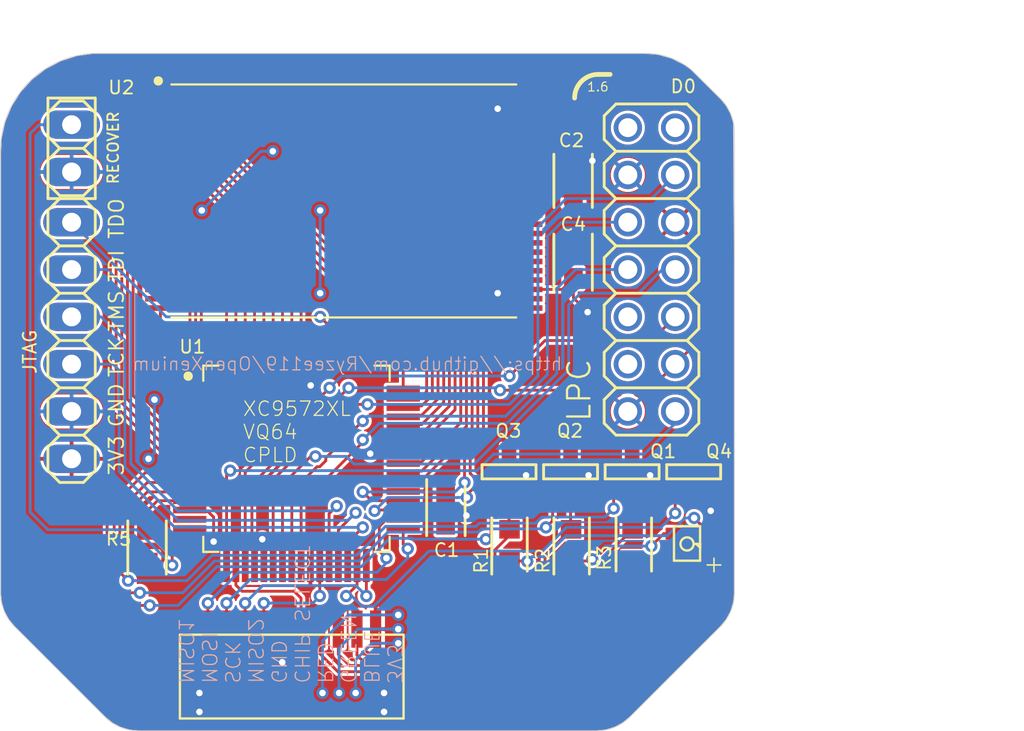
<source format=kicad_pcb>
(kicad_pcb (version 20171130) (host pcbnew 5.1.5+dfsg1-2build2)
  (layers (0 Top signal) (31 Bottom signal) (34 B.Paste user) (35 F.Paste user) (36 B.SilkS user) (37 F.SilkS user) (38 B.Mask user) (39 F.Mask user) (44 Edge.Cuts user))
  (net 0 "")
  (net 1 +3V3)
  (net 2 GND)
  (net 3 +5V)
  (net 4 /A5)
  (net 5 /A6)
  (net 6 /A7)
  (net 7 /A17)
  (net 8 /A18)
  (net 9 /A8)
  (net 10 /A9)
  (net 11 /A10)
  (net 12 /A11)
  (net 13 /TDO)
  (net 14 /A12)
  (net 15 /A13)
  (net 16 /A14)
  (net 17 /A15)
  (net 18 /A16)
  (net 19 /A-1)
  (net 20 /DQ7)
  (net 21 /DQ6)
  (net 22 /DQ5)
  (net 23 /DQ4)
  (net 24 /DQ3)
  (net 25 /DQ2)
  (net 26 /DQ1)
  (net 27 /DQ0)
  (net 28 /~OE)
  (net 29 /A0)
  (net 30 /MISO)
  (net 31 /MOSI)
  (net 32 /SCK)
  (net 33 "Net-(Q4-Pad3)")
  (net 34 /TCK)
  (net 35 /TMS)
  (net 36 /TDI)
  (net 37 /INPUT)
  (net 38 /LAD2)
  (net 39 /LAD1)
  (net 40 /LAD3)
  (net 41 /LAD0)
  (net 42 /LFRAME)
  (net 43 /RST)
  (net 44 /CS)
  (net 45 /LCLK)
  (net 46 "Net-(U1-Pad16)")
  (net 47 "Net-(U1-Pad15)")
  (net 48 /RECOVER)
  (net 49 /R)
  (net 50 /G)
  (net 51 /B)
  (net 52 /A19)
  (net 53 /NC_2)
  (net 54 /~WE)
  (net 55 /NC)
  (net 56 /A4)
  (net 57 /A3)
  (net 58 /A2)
  (net 59 /A1)
  (net 60 "Net-(U2-Pad43)")
  (net 61 "Net-(U2-Pad41)")
  (net 62 "Net-(U2-Pad39)")
  (net 63 "Net-(U2-Pad36)")
  (net 64 "Net-(U2-Pad34)")
  (net 65 "Net-(U2-Pad32)")
  (net 66 "Net-(U2-Pad30)")
  (net 67 "Net-(U2-Pad15)")
  (net 68 "Net-(U2-Pad14)")
  (net 69 "Net-(D0-Pad1)")
  (net 70 /R_EXT)
  (net 71 /B_EXT)
  (net 72 "Net-(R1-Pad1)")
  (net 73 /G_EXT)
  (net 74 "Net-(L1-PadP$3)")
  (net 75 "Net-(L1-PadP$1)")
  (net 76 "Net-(L1-PadP$4)")
  (net 77 "Net-(LPC1-Pad14)")
  (net 78 "Net-(LPC1-Pad13)")
  (net 79 "Net-(LPC1-Pad4)")
  (module Xenium2019:board_top_logos (layer Top) (at 148.5 105.3)
    (fp_text reference G*** hide)
    (fp_text value LOGO hide)
  )
  (module Xenium2019:LQFP64 (layer Top) (at 144.694265 108.585361)
    (fp_text reference U1 (at -5.588 -5.6047) (layer F.SilkS) (effects (font (size 0.7 0.7) (thickness 0.1)) (justify bottom)))
    (fp_text value XC9572XL-10VQG64)
    (pad 64 smd rect (at -3.75 -5.7266 90) (size 1.7883 0.3632) (layers Top F.Paste F.Mask) (net 4 /A5))
    (pad 63 smd rect (at -3.25 -5.7266 90) (size 1.7883 0.3632) (layers Top F.Paste F.Mask) (net 5 /A6))
    (pad 62 smd rect (at -2.75 -5.7266 90) (size 1.7883 0.3632) (layers Top F.Paste F.Mask) (net 6 /A7))
    (pad 61 smd rect (at -2.25 -5.7266 90) (size 1.7883 0.3632) (layers Top F.Paste F.Mask) (net 7 /A17))
    (pad 60 smd rect (at -1.75 -5.7266 90) (size 1.7883 0.3632) (layers Top F.Paste F.Mask) (net 8 /A18))
    (pad 59 smd rect (at -1.25 -5.7266 90) (size 1.7883 0.3632) (layers Top F.Paste F.Mask) (net 9 /A8))
    (pad 58 smd rect (at -0.75 -5.7266 90) (size 1.7883 0.3632) (layers Top F.Paste F.Mask) (net 10 /A9))
    (pad 57 smd rect (at -0.25 -5.7266 90) (size 1.7883 0.3632) (layers Top F.Paste F.Mask) (net 11 /A10))
    (pad 56 smd rect (at 0.25 -5.7266 90) (size 1.7883 0.3632) (layers Top F.Paste F.Mask) (net 12 /A11))
    (pad 55 smd rect (at 0.75 -5.7266 90) (size 1.7883 0.3632) (layers Top F.Paste F.Mask) (net 1 +3V3))
    (pad 54 smd rect (at 1.25 -5.7266 90) (size 1.7883 0.3632) (layers Top F.Paste F.Mask) (net 2 GND))
    (pad 53 smd rect (at 1.75 -5.7266 90) (size 1.7883 0.3632) (layers Top F.Paste F.Mask) (net 13 /TDO))
    (pad 52 smd rect (at 2.25 -5.7266 90) (size 1.7883 0.3632) (layers Top F.Paste F.Mask) (net 14 /A12))
    (pad 51 smd rect (at 2.75 -5.7266 90) (size 1.7883 0.3632) (layers Top F.Paste F.Mask) (net 15 /A13))
    (pad 50 smd rect (at 3.25 -5.7266 90) (size 1.7883 0.3632) (layers Top F.Paste F.Mask) (net 16 /A14))
    (pad 49 smd rect (at 3.75 -5.7266 90) (size 1.7883 0.3632) (layers Top F.Paste F.Mask) (net 17 /A15))
    (pad 48 smd rect (at 5.7266 -3.75) (size 1.7883 0.3632) (layers Top F.Paste F.Mask) (net 18 /A16))
    (pad 47 smd rect (at 5.7266 -3.25) (size 1.7883 0.3632) (layers Top F.Paste F.Mask) (net 19 /A-1))
    (pad 46 smd rect (at 5.7266 -2.75) (size 1.7883 0.3632) (layers Top F.Paste F.Mask) (net 20 /DQ7))
    (pad 45 smd rect (at 5.7266 -2.25) (size 1.7883 0.3632) (layers Top F.Paste F.Mask) (net 21 /DQ6))
    (pad 44 smd rect (at 5.7266 -1.75) (size 1.7883 0.3632) (layers Top F.Paste F.Mask) (net 22 /DQ5))
    (pad 43 smd rect (at 5.7266 -1.25) (size 1.7883 0.3632) (layers Top F.Paste F.Mask) (net 23 /DQ4))
    (pad 42 smd rect (at 5.7266 -0.75) (size 1.7883 0.3632) (layers Top F.Paste F.Mask) (net 24 /DQ3))
    (pad 41 smd rect (at 5.7266 -0.25) (size 1.7883 0.3632) (layers Top F.Paste F.Mask) (net 2 GND))
    (pad 40 smd rect (at 5.7266 0.25) (size 1.7883 0.3632) (layers Top F.Paste F.Mask) (net 25 /DQ2))
    (pad 39 smd rect (at 5.7266 0.75) (size 1.7883 0.3632) (layers Top F.Paste F.Mask) (net 26 /DQ1))
    (pad 38 smd rect (at 5.7266 1.25) (size 1.7883 0.3632) (layers Top F.Paste F.Mask) (net 27 /DQ0))
    (pad 37 smd rect (at 5.7266 1.75) (size 1.7883 0.3632) (layers Top F.Paste F.Mask) (net 1 +3V3))
    (pad 36 smd rect (at 5.7266 2.25) (size 1.7883 0.3632) (layers Top F.Paste F.Mask) (net 28 /~OE))
    (pad 35 smd rect (at 5.7266 2.75) (size 1.7883 0.3632) (layers Top F.Paste F.Mask) (net 29 /A0))
    (pad 34 smd rect (at 5.7266 3.25) (size 1.7883 0.3632) (layers Top F.Paste F.Mask) (net 30 /MISO))
    (pad 33 smd rect (at 5.7266 3.75) (size 1.7883 0.3632) (layers Top F.Paste F.Mask) (net 31 /MOSI))
    (pad 32 smd rect (at 3.75 5.7266 90) (size 1.7883 0.3632) (layers Top F.Paste F.Mask) (net 32 /SCK))
    (pad 31 smd rect (at 3.25 5.7266 90) (size 1.7883 0.3632) (layers Top F.Paste F.Mask) (net 33 "Net-(Q4-Pad3)"))
    (pad 30 smd rect (at 2.75 5.7266 90) (size 1.7883 0.3632) (layers Top F.Paste F.Mask) (net 34 /TCK))
    (pad 29 smd rect (at 2.25 5.7266 90) (size 1.7883 0.3632) (layers Top F.Paste F.Mask) (net 35 /TMS))
    (pad 28 smd rect (at 1.75 5.7266 90) (size 1.7883 0.3632) (layers Top F.Paste F.Mask) (net 36 /TDI))
    (pad 27 smd rect (at 1.25 5.7266 90) (size 1.7883 0.3632) (layers Top F.Paste F.Mask) (net 37 /INPUT))
    (pad 26 smd rect (at 0.75 5.7266 90) (size 1.7883 0.3632) (layers Top F.Paste F.Mask) (net 1 +3V3))
    (pad 25 smd rect (at 0.25 5.7266 90) (size 1.7883 0.3632) (layers Top F.Paste F.Mask) (net 38 /LAD2))
    (pad 24 smd rect (at -0.25 5.7266 90) (size 1.7883 0.3632) (layers Top F.Paste F.Mask) (net 39 /LAD1))
    (pad 23 smd rect (at -0.75 5.7266 90) (size 1.7883 0.3632) (layers Top F.Paste F.Mask) (net 40 /LAD3))
    (pad 22 smd rect (at -1.25 5.7266 90) (size 1.7883 0.3632) (layers Top F.Paste F.Mask) (net 41 /LAD0))
    (pad 21 smd rect (at -1.75 5.7266 90) (size 1.7883 0.3632) (layers Top F.Paste F.Mask) (net 2 GND))
    (pad 20 smd rect (at -2.25 5.7266 90) (size 1.7883 0.3632) (layers Top F.Paste F.Mask) (net 42 /LFRAME))
    (pad 19 smd rect (at -2.75 5.7266 90) (size 1.7883 0.3632) (layers Top F.Paste F.Mask) (net 43 /RST))
    (pad 18 smd rect (at -3.25 5.7266 90) (size 1.7883 0.3632) (layers Top F.Paste F.Mask) (net 44 /CS))
    (pad 17 smd rect (at -3.75 5.7266 90) (size 1.7883 0.3632) (layers Top F.Paste F.Mask) (net 45 /LCLK))
    (pad 16 smd rect (at -5.7266 3.75) (size 1.7883 0.3632) (layers Top F.Paste F.Mask) (net 46 "Net-(U1-Pad16)"))
    (pad 15 smd rect (at -5.7266 3.25) (size 1.7883 0.3632) (layers Top F.Paste F.Mask) (net 47 "Net-(U1-Pad15)"))
    (pad 14 smd rect (at -5.7266 2.75) (size 1.7883 0.3632) (layers Top F.Paste F.Mask) (net 2 GND))
    (pad 13 smd rect (at -5.7266 2.25) (size 1.7883 0.3632) (layers Top F.Paste F.Mask) (net 48 /RECOVER))
    (pad 12 smd rect (at -5.7266 1.75) (size 1.7883 0.3632) (layers Top F.Paste F.Mask) (net 49 /R))
    (pad 11 smd rect (at -5.7266 1.25) (size 1.7883 0.3632) (layers Top F.Paste F.Mask) (net 50 /G))
    (pad 10 smd rect (at -5.7266 0.75) (size 1.7883 0.3632) (layers Top F.Paste F.Mask) (net 51 /B))
    (pad 9 smd rect (at -5.7266 0.25) (size 1.7883 0.3632) (layers Top F.Paste F.Mask) (net 52 /A19))
    (pad 8 smd rect (at -5.7266 -0.25) (size 1.7883 0.3632) (layers Top F.Paste F.Mask) (net 53 /NC_2))
    (pad 7 smd rect (at -5.7266 -0.75) (size 1.7883 0.3632) (layers Top F.Paste F.Mask) (net 54 /~WE))
    (pad 6 smd rect (at -5.7266 -1.25) (size 1.7883 0.3632) (layers Top F.Paste F.Mask) (net 55 /NC))
    (pad 5 smd rect (at -5.7266 -1.75) (size 1.7883 0.3632) (layers Top F.Paste F.Mask) (net 56 /A4))
    (pad 4 smd rect (at -5.7266 -2.25) (size 1.7883 0.3632) (layers Top F.Paste F.Mask) (net 57 /A3))
    (pad 3 smd rect (at -5.7266 -2.75) (size 1.7883 0.3632) (layers Top F.Paste F.Mask) (net 1 +3V3))
    (pad 2 smd rect (at -5.7266 -3.25) (size 1.7883 0.3632) (layers Top F.Paste F.Mask) (net 58 /A2))
    (pad 1 smd rect (at -5.7266 -3.75) (size 1.7883 0.3632) (layers Top F.Paste F.Mask) (net 59 /A1))
  )
  (module Xenium2019:TSOP48 (layer Top) (at 147.234265 94.742361)
    (fp_text reference U2 (at -11.938 -5.6789) (layer F.SilkS) (effects (font (size 0.7 0.7) (thickness 0.1)) (justify bottom)))
    (fp_text value AM29LV160M)
    (pad 48 smd rect (at 9.8394 -5.75) (size 1.6364 0.3) (layers Top F.Paste F.Mask) (net 18 /A16))
    (pad 47 smd rect (at 9.8394 -5.25) (size 1.6364 0.3) (layers Top F.Paste F.Mask) (net 2 GND))
    (pad 46 smd rect (at 9.8394 -4.75) (size 1.6364 0.3) (layers Top F.Paste F.Mask) (net 2 GND))
    (pad 45 smd rect (at 9.8394 -4.25) (size 1.6364 0.3) (layers Top F.Paste F.Mask) (net 19 /A-1))
    (pad 44 smd rect (at 9.8394 -3.75) (size 1.6364 0.3) (layers Top F.Paste F.Mask) (net 20 /DQ7))
    (pad 43 smd rect (at 9.8394 -3.25) (size 1.6364 0.3) (layers Top F.Paste F.Mask) (net 60 "Net-(U2-Pad43)"))
    (pad 42 smd rect (at 9.8394 -2.75) (size 1.6364 0.3) (layers Top F.Paste F.Mask) (net 21 /DQ6))
    (pad 41 smd rect (at 9.8394 -2.25) (size 1.6364 0.3) (layers Top F.Paste F.Mask) (net 61 "Net-(U2-Pad41)"))
    (pad 40 smd rect (at 9.8394 -1.75) (size 1.6364 0.3) (layers Top F.Paste F.Mask) (net 22 /DQ5))
    (pad 39 smd rect (at 9.8394 -1.25) (size 1.6364 0.3) (layers Top F.Paste F.Mask) (net 62 "Net-(U2-Pad39)"))
    (pad 38 smd rect (at 9.8394 -0.75) (size 1.6364 0.3) (layers Top F.Paste F.Mask) (net 23 /DQ4))
    (pad 37 smd rect (at 9.8394 -0.25) (size 1.6364 0.3) (layers Top F.Paste F.Mask) (net 1 +3V3))
    (pad 36 smd rect (at 9.8394 0.25) (size 1.6364 0.3) (layers Top F.Paste F.Mask) (net 63 "Net-(U2-Pad36)"))
    (pad 35 smd rect (at 9.8394 0.75) (size 1.6364 0.3) (layers Top F.Paste F.Mask) (net 24 /DQ3))
    (pad 34 smd rect (at 9.8394 1.25) (size 1.6364 0.3) (layers Top F.Paste F.Mask) (net 64 "Net-(U2-Pad34)"))
    (pad 33 smd rect (at 9.8394 1.75) (size 1.6364 0.3) (layers Top F.Paste F.Mask) (net 25 /DQ2))
    (pad 32 smd rect (at 9.8394 2.25) (size 1.6364 0.3) (layers Top F.Paste F.Mask) (net 65 "Net-(U2-Pad32)"))
    (pad 31 smd rect (at 9.8394 2.75) (size 1.6364 0.3) (layers Top F.Paste F.Mask) (net 26 /DQ1))
    (pad 30 smd rect (at 9.8394 3.25) (size 1.6364 0.3) (layers Top F.Paste F.Mask) (net 66 "Net-(U2-Pad30)"))
    (pad 29 smd rect (at 9.8394 3.75) (size 1.6364 0.3) (layers Top F.Paste F.Mask) (net 27 /DQ0))
    (pad 28 smd rect (at 9.8394 4.25) (size 1.6364 0.3) (layers Top F.Paste F.Mask) (net 28 /~OE))
    (pad 27 smd rect (at 9.8394 4.75) (size 1.6364 0.3) (layers Top F.Paste F.Mask) (net 2 GND))
    (pad 26 smd rect (at 9.8394 5.25) (size 1.6364 0.3) (layers Top F.Paste F.Mask) (net 2 GND))
    (pad 25 smd rect (at 9.8394 5.75) (size 1.6364 0.3) (layers Top F.Paste F.Mask) (net 29 /A0))
    (pad 24 smd rect (at -9.8394 5.75) (size 1.6364 0.3) (layers Top F.Paste F.Mask) (net 59 /A1))
    (pad 23 smd rect (at -9.8394 5.25) (size 1.6364 0.3) (layers Top F.Paste F.Mask) (net 58 /A2))
    (pad 22 smd rect (at -9.8394 4.75) (size 1.6364 0.3) (layers Top F.Paste F.Mask) (net 57 /A3))
    (pad 21 smd rect (at -9.8394 4.25) (size 1.6364 0.3) (layers Top F.Paste F.Mask) (net 56 /A4))
    (pad 20 smd rect (at -9.8394 3.75) (size 1.6364 0.3) (layers Top F.Paste F.Mask) (net 4 /A5))
    (pad 19 smd rect (at -9.8394 3.25) (size 1.6364 0.3) (layers Top F.Paste F.Mask) (net 5 /A6))
    (pad 18 smd rect (at -9.8394 2.75) (size 1.6364 0.3) (layers Top F.Paste F.Mask) (net 6 /A7))
    (pad 17 smd rect (at -9.8394 2.25) (size 1.6364 0.3) (layers Top F.Paste F.Mask) (net 7 /A17))
    (pad 16 smd rect (at -9.8394 1.75) (size 1.6364 0.3) (layers Top F.Paste F.Mask) (net 8 /A18))
    (pad 15 smd rect (at -9.8394 1.25) (size 1.6364 0.3) (layers Top F.Paste F.Mask) (net 67 "Net-(U2-Pad15)"))
    (pad 14 smd rect (at -9.8394 0.75) (size 1.6364 0.3) (layers Top F.Paste F.Mask) (net 68 "Net-(U2-Pad14)"))
    (pad 13 smd rect (at -9.8394 0.25) (size 1.6364 0.3) (layers Top F.Paste F.Mask) (net 55 /NC))
    (pad 12 smd rect (at -9.8394 -0.25) (size 1.6364 0.3) (layers Top F.Paste F.Mask) (net 1 +3V3))
    (pad 11 smd rect (at -9.8394 -0.75) (size 1.6364 0.3) (layers Top F.Paste F.Mask) (net 54 /~WE))
    (pad 10 smd rect (at -9.8394 -1.25) (size 1.6364 0.3) (layers Top F.Paste F.Mask) (net 53 /NC_2))
    (pad 9 smd rect (at -9.8394 -1.75) (size 1.6364 0.3) (layers Top F.Paste F.Mask) (net 52 /A19))
    (pad 8 smd rect (at -9.8394 -2.25) (size 1.6364 0.3) (layers Top F.Paste F.Mask) (net 9 /A8))
    (pad 7 smd rect (at -9.8394 -2.75) (size 1.6364 0.3) (layers Top F.Paste F.Mask) (net 10 /A9))
    (pad 6 smd rect (at -9.8394 -3.25) (size 1.6364 0.3) (layers Top F.Paste F.Mask) (net 11 /A10))
    (pad 5 smd rect (at -9.8394 -3.75) (size 1.6364 0.3) (layers Top F.Paste F.Mask) (net 12 /A11))
    (pad 4 smd rect (at -9.8394 -4.25) (size 1.6364 0.3) (layers Top F.Paste F.Mask) (net 14 /A12))
    (pad 3 smd rect (at -9.8394 -4.75) (size 1.6364 0.3) (layers Top F.Paste F.Mask) (net 15 /A13))
    (pad 2 smd rect (at -9.8394 -5.25) (size 1.6364 0.3) (layers Top F.Paste F.Mask) (net 16 /A14))
    (pad 1 smd rect (at -9.8394 -5.75) (size 1.6364 0.3) (layers Top F.Paste F.Mask) (net 17 /A15))
  )
  (module Xenium2019:1X06 (layer Top) (at 132.629265 102.235361 90)
    (fp_text reference JTAG (at -1.8542 -1.8288 90) (layer F.SilkS) (effects (font (size 0.7 0.7) (thickness 0.1)) (justify left bottom)))
    (fp_text value PINHD-1X6)
    (pad 6 thru_hole oval (at 6.35 0 180) (size 3.048 1.524) (drill 1.016) (layers *.Cu *.Mask) (net 13 /TDO))
    (pad 5 thru_hole oval (at 3.81 0 180) (size 3.048 1.524) (drill 1.016) (layers *.Cu *.Mask) (net 36 /TDI))
    (pad 4 thru_hole oval (at 1.27 0 180) (size 3.048 1.524) (drill 1.016) (layers *.Cu *.Mask) (net 35 /TMS))
    (pad 3 thru_hole oval (at -1.27 0 180) (size 3.048 1.524) (drill 1.016) (layers *.Cu *.Mask) (net 34 /TCK))
    (pad 2 thru_hole oval (at -3.81 0 180) (size 3.048 1.524) (drill 1.016) (layers *.Cu *.Mask) (net 2 GND))
    (pad 1 thru_hole oval (at -6.35 0 180) (size 3.048 1.524) (drill 1.016) (layers *.Cu *.Mask) (net 1 +3V3))
  )
  (module Xenium2019:1X02 (layer Top) (at 132.629265 91.91788 90)
    (fp_text reference RECOVERY1 hide)
    (fp_text value PINHD-1X2)
    (pad 2 thru_hole oval (at 1.27 0 180) (size 3.048 1.524) (drill 1.016) (layers *.Cu *.Mask) (net 48 /RECOVER))
    (pad 1 thru_hole oval (at -1.27 0 180) (size 3.048 1.524) (drill 1.016) (layers *.Cu *.Mask) (net 2 GND))
  )
  (module Xenium2019:C0603 (layer Top) (at 152.695265 111.252361 270)
    (fp_text reference C1 (at 2.647639 0.695265) (layer F.SilkS) (effects (font (size 0.7 0.7) (thickness 0.1)) (justify left bottom)))
    (fp_text value 100n)
    (pad 2 smd rect (at 0.85 0 270) (size 1.1 1) (layers Top F.Paste F.Mask) (net 2 GND))
    (pad 1 smd rect (at -0.85 0 270) (size 1.1 1) (layers Top F.Paste F.Mask) (net 1 +3V3))
  )
  (module Xenium2019:C0603 (layer Top) (at 159.553265 93.599361 90)
    (fp_text reference C2 (at 1.699361 -0.853265) (layer F.SilkS) (effects (font (size 0.7 0.7) (thickness 0.1)) (justify left bottom)))
    (fp_text value 100n)
    (pad 2 smd rect (at 0.85 0 90) (size 1.1 1) (layers Top F.Paste F.Mask) (net 2 GND))
    (pad 1 smd rect (at -0.85 0 90) (size 1.1 1) (layers Top F.Paste F.Mask) (net 1 +3V3))
  )
  (module Xenium2019:C0603 (layer Top) (at 159.553265 98.044361 270)
    (fp_text reference C4 (at -1.644361 0.753265) (layer F.SilkS) (effects (font (size 0.7 0.7) (thickness 0.1)) (justify left bottom)))
    (fp_text value 10u)
    (pad 2 smd rect (at 0.85 0 270) (size 1.1 1) (layers Top F.Paste F.Mask) (net 2 GND))
    (pad 1 smd rect (at -0.85 0 270) (size 1.1 1) (layers Top F.Paste F.Mask) (net 1 +3V3))
  )
  (module Xenium2019:SMD1,27-2,54 (layer Top) (at 163.109265 88.011361 90)
    (fp_text reference D0 (at -0.988639 1.590735) (layer F.SilkS) (effects (font (size 0.7 0.7) (thickness 0.1)) (justify left bottom)))
    (fp_text value SMD2)
    (pad 1 smd rect (at 0 0 90) (size 1.27 2.54) (layers Top F.Paste F.Mask) (net 69 "Net-(D0-Pad1)"))
  )
  (module Xenium2019:R0603 (layer Top) (at 136.693265 113.284361 270)
    (fp_text reference R5 (at 0.015639 2.293265) (layer F.SilkS) (effects (font (size 0.7 0.7) (thickness 0.1)) (justify left bottom)))
    (fp_text value 1k)
    (pad 2 smd rect (at 0.85 0 270) (size 1 1.1) (layers Top F.Paste F.Mask) (net 1 +3V3))
    (pad 1 smd rect (at -0.85 0 270) (size 1 1.1) (layers Top F.Paste F.Mask) (net 48 /RECOVER))
  )
  (module Xenium2019:SOT-23 (layer Top) (at 162.728265 109.283861 180)
    (fp_text reference Q1 (at -0.871735 0.683861) (layer F.SilkS) (effects (font (size 0.7 0.7) (thickness 0.1)) (justify left bottom)))
    (fp_text value 310mA/60V/1.6Ω hide)
    (pad 1 smd rect (at 0.0254 1.016 180) (size 0.7874 0.889) (layers Top F.Paste F.Mask) (net 70 /R_EXT))
    (pad 2 smd rect (at -0.9398 -1.016 180) (size 0.7874 0.889) (layers Top F.Paste F.Mask) (net 2 GND))
    (pad 3 smd rect (at 0.9906 -1.016 180) (size 0.7874 0.889) (layers Top F.Paste F.Mask) (net 49 /R))
  )
  (module Xenium2019:R0603 (layer Top) (at 156.124265 113.220861 90)
    (fp_text reference R1 (at -1.5875 -1.11125 90) (layer F.SilkS) (effects (font (size 0.7 0.7) (thickness 0.1)) (justify left bottom)))
    (fp_text value 68)
    (pad 2 smd rect (at 0.85 0 90) (size 1 1.1) (layers Top F.Paste F.Mask) (net 71 /B_EXT))
    (pad 1 smd rect (at -0.85 0 90) (size 1 1.1) (layers Top F.Paste F.Mask) (net 72 "Net-(R1-Pad1)"))
  )
  (module Xenium2019:R0603 (layer Top) (at 159.426265 113.220861 90)
    (fp_text reference R2 (at -1.5875 -1.11125 90) (layer F.SilkS) (effects (font (size 0.7 0.7) (thickness 0.1)) (justify left bottom)))
    (fp_text value 68)
    (pad 2 smd rect (at 0.85 0 90) (size 1 1.1) (layers Top F.Paste F.Mask) (net 73 /G_EXT))
    (pad 1 smd rect (at -0.85 0 90) (size 1 1.1) (layers Top F.Paste F.Mask) (net 74 "Net-(L1-PadP$3)"))
  )
  (module Xenium2019:R0603 (layer Top) (at 162.728265 113.220861 90)
    (fp_text reference R3 (at -1.42875 -1.11125 90) (layer F.SilkS) (effects (font (size 0.7 0.7) (thickness 0.1)) (justify left bottom)))
    (fp_text value 68)
    (pad 2 smd rect (at 0.85 0 90) (size 1 1.1) (layers Top F.Paste F.Mask) (net 70 /R_EXT))
    (pad 1 smd rect (at -0.85 0 90) (size 1 1.1) (layers Top F.Paste F.Mask) (net 75 "Net-(L1-PadP$1)"))
  )
  (module Xenium2019:4-SMD-R6GHBHC (layer Top) (at 165.649265 113.157361)
    (fp_text reference L1 hide)
    (fp_text value 19-237_R6GHBHC-A07_2T hide)
    (pad P$4 smd rect (at 0.7 -0.55) (size 0.9 0.65) (layers Top F.Paste F.Mask) (net 76 "Net-(L1-PadP$4)"))
    (pad P$3 smd rect (at -0.7 -0.55) (size 0.9 0.65) (layers Top F.Paste F.Mask) (net 74 "Net-(L1-PadP$3)"))
    (pad P$2 smd rect (at 0.7 0.55) (size 0.9 0.65) (layers Top F.Paste F.Mask) (net 1 +3V3))
    (pad P$1 smd rect (at -0.7 0.55) (size 0.9 0.65) (layers Top F.Paste F.Mask) (net 75 "Net-(L1-PadP$1)"))
  )
  (module Xenium2019:SOT-23 (layer Top) (at 159.426265 109.283861 180)
    (fp_text reference Q2 (at 0.826265 1.783861) (layer F.SilkS) (effects (font (size 0.7 0.7) (thickness 0.1)) (justify left bottom)))
    (fp_text value 310mA/60V/1.6Ω)
    (pad 1 smd rect (at 0.0254 1.016 180) (size 0.7874 0.889) (layers Top F.Paste F.Mask) (net 73 /G_EXT))
    (pad 2 smd rect (at -0.9398 -1.016 180) (size 0.7874 0.889) (layers Top F.Paste F.Mask) (net 2 GND))
    (pad 3 smd rect (at 0.9906 -1.016 180) (size 0.7874 0.889) (layers Top F.Paste F.Mask) (net 50 /G))
  )
  (module Xenium2019:SOT-23 (layer Top) (at 166.030265 109.283861 180)
    (fp_text reference Q4 (at -0.569735 0.683861) (layer F.SilkS) (effects (font (size 0.7 0.7) (thickness 0.1)) (justify left bottom)))
    (fp_text value 310mA/60V/1.6Ω)
    (pad 1 smd rect (at 0.0254 1.016 180) (size 0.7874 0.889) (layers Top F.Paste F.Mask) (net 69 "Net-(D0-Pad1)"))
    (pad 2 smd rect (at -0.9398 -1.016 180) (size 0.7874 0.889) (layers Top F.Paste F.Mask) (net 2 GND))
    (pad 3 smd rect (at 0.9906 -1.016 180) (size 0.7874 0.889) (layers Top F.Paste F.Mask) (net 33 "Net-(Q4-Pad3)"))
  )
  (module Xenium2019:SOT-23 (layer Top) (at 156.124265 109.283861 180)
    (fp_text reference Q3 (at 0.824265 1.783861) (layer F.SilkS) (effects (font (size 0.7 0.7) (thickness 0.1)) (justify left bottom)))
    (fp_text value 310mA/60V/1.6Ω)
    (pad 1 smd rect (at 0.0254 1.016 180) (size 0.7874 0.889) (layers Top F.Paste F.Mask) (net 71 /B_EXT))
    (pad 2 smd rect (at -0.9398 -1.016 180) (size 0.7874 0.889) (layers Top F.Paste F.Mask) (net 2 GND))
    (pad 3 smd rect (at 0.9906 -1.016 180) (size 0.7874 0.889) (layers Top F.Paste F.Mask) (net 51 /B))
  )
  (module Xenium2019:SM10B-SRSS-TB (layer Top) (at 144.440265 117.729361)
    (fp_text reference J1 hide)
    (fp_text value SM10B-SRSS-TB hide)
    (pad C1 smd rect (at -5.8 4) (size 2.5 2) (layers Top F.Paste F.Mask) (net 2 GND))
    (pad C2 smd rect (at 5.8 4) (size 2.5 2) (layers Top F.Paste F.Mask) (net 2 GND))
    (pad 10 smd rect (at 4.5 0) (size 0.6 2) (layers Top F.Paste F.Mask) (net 1 +3V3))
    (pad 9 smd rect (at 3.5 0) (size 0.6 2) (layers Top F.Paste F.Mask) (net 71 /B_EXT))
    (pad 8 smd rect (at 2.5 0) (size 0.6 2) (layers Top F.Paste F.Mask) (net 73 /G_EXT))
    (pad 7 smd rect (at 1.5 0) (size 0.6 2) (layers Top F.Paste F.Mask) (net 70 /R_EXT))
    (pad 6 smd rect (at 0.5 0) (size 0.6 2) (layers Top F.Paste F.Mask) (net 44 /CS))
    (pad 5 smd rect (at -0.5 0) (size 0.6 2) (layers Top F.Paste F.Mask) (net 2 GND))
    (pad 4 smd rect (at -1.5 0) (size 0.6 2) (layers Top F.Paste F.Mask) (net 37 /INPUT))
    (pad 3 smd rect (at -2.5 0) (size 0.6 2) (layers Top F.Paste F.Mask) (net 32 /SCK))
    (pad 2 smd rect (at -3.5 0) (size 0.6 2) (layers Top F.Paste F.Mask) (net 31 /MOSI))
    (pad 1 smd rect (at -4.5 0) (size 0.6 2) (layers Top F.Paste F.Mask) (net 30 /MISO))
  )
  (module Xenium2019:2X07 (layer Top) (at 163.744265 98.425361 90)
    (fp_text reference LPC (at -8.255 -3.175 90) (layer F.SilkS) (effects (font (size 1.2065 1.2065) (thickness 0.12065)) (justify left bottom)))
    (fp_text value PINHD-2X7)
    (pad 14 thru_hole circle (at 7.62 -1.27 90) (size 1.524 1.524) (drill 1.016) (layers *.Cu *.Mask) (net 77 "Net-(LPC1-Pad14)"))
    (pad 13 thru_hole circle (at 7.62 1.27 90) (size 1.524 1.524) (drill 1.016) (layers *.Cu *.Mask) (net 78 "Net-(LPC1-Pad13)"))
    (pad 12 thru_hole circle (at 5.08 -1.27 90) (size 1.524 1.524) (drill 1.016) (layers *.Cu *.Mask) (net 2 GND))
    (pad 11 thru_hole circle (at 5.08 1.27 90) (size 1.524 1.524) (drill 1.016) (layers *.Cu *.Mask) (net 41 /LAD0))
    (pad 10 thru_hole circle (at 2.54 -1.27 90) (size 1.524 1.524) (drill 1.016) (layers *.Cu *.Mask) (net 39 /LAD1))
    (pad 9 thru_hole circle (at 2.54 1.27 90) (size 1.524 1.524) (drill 1.016) (layers *.Cu *.Mask) (net 1 +3V3))
    (pad 8 thru_hole circle (at 0 -1.27 90) (size 1.524 1.524) (drill 1.016) (layers *.Cu *.Mask) (net 38 /LAD2))
    (pad 7 thru_hole circle (at 0 1.27 90) (size 1.524 1.524) (drill 1.016) (layers *.Cu *.Mask) (net 40 /LAD3))
    (pad 6 thru_hole circle (at -2.54 -1.27 90) (size 1.524 1.524) (drill 1.016) (layers *.Cu *.Mask) (net 3 +5V))
    (pad 5 thru_hole circle (at -2.54 1.27 90) (size 1.524 1.524) (drill 1.016) (layers *.Cu *.Mask) (net 43 /RST))
    (pad 4 thru_hole circle (at -5.08 -1.27 90) (size 1.524 1.524) (drill 1.016) (layers *.Cu *.Mask) (net 79 "Net-(LPC1-Pad4)"))
    (pad 3 thru_hole circle (at -5.08 1.27 90) (size 1.524 1.524) (drill 1.016) (layers *.Cu *.Mask) (net 42 /LFRAME))
    (pad 2 thru_hole circle (at -7.62 -1.27 90) (size 1.524 1.524) (drill 1.016) (layers *.Cu *.Mask) (net 2 GND))
    (pad 1 thru_hole circle (at -7.62 1.27 90) (size 1.524 1.524) (drill 1.016) (layers *.Cu *.Mask) (net 45 /LCLK))
  )
  (module Xenium2019:TP13SQ (layer Top) (at 159.616765 90.170361)
    (fp_text reference TP1 hide)
    (fp_text value TPTP13SQ)
    (pad TP smd rect (at 0 0) (size 1.3 1.3) (layers Top F.Mask) (net 42 /LFRAME))
  )
  (gr_line (start 160.787161 123.190361) (end 136.221368 123.190361) (layer Edge.Cuts) (width 0.05))
  (gr_arc (start 160.787162 120.65036) (end 160.787161 123.190361) (angle -45.00005) (layer Edge.Cuts) (width 0.05))
  (gr_line (start 162.583215 122.446411) (end 167.445315 117.584311) (layer Edge.Cuts) (width 0.05))
  (gr_arc (start 165.649265 115.78826) (end 167.445315 117.584311) (angle -45.00007) (layer Edge.Cuts) (width 0.05))
  (gr_line (start 168.189265 115.788258) (end 168.189265 91.049333) (layer Edge.Cuts) (width 0.05))
  (gr_arc (start 165.649264 91.049334) (end 168.189265 91.049333) (angle -45.187369) (layer Edge.Cuts) (width 0.05))
  (gr_line (start 167.439433 89.247418) (end 165.864193 87.682446) (layer Edge.Cuts) (width 0.05))
  (gr_arc (start 163.412902 90.720519) (end 165.864193 87.682446) (angle -40) (layer Edge.Cuts) (width 0.05))
  (gr_arc (start 134.076854 92.075575) (end 133.827561 86.817561) (angle -90.095864) (layer Edge.Cuts) (width 0.05))
  (gr_line (start 128.819265 92.333665) (end 128.819265 115.788258) (layer Edge.Cuts) (width 0.05))
  (gr_text 3V3 (at 135.486765 109.537861 90) (layer F.SilkS) (effects (font (size 0.77216 0.77216) (thickness 0.1)) (justify left bottom)))
  (gr_text GND (at 135.486765 106.951277 90) (layer F.SilkS) (effects (font (size 0.77216 0.77216) (thickness 0.1)) (justify left bottom)))
  (gr_text TCK (at 135.486765 104.267161 90) (layer F.SilkS) (effects (font (size 0.77216 0.77216) (thickness 0.1)) (justify left bottom)))
  (gr_text TMS (at 135.486765 101.815115 90) (layer F.SilkS) (effects (font (size 0.77216 0.77216) (thickness 0.1)) (justify left bottom)))
  (gr_text TDI (at 135.486765 99.155377 90) (layer F.SilkS) (effects (font (size 0.77216 0.77216) (thickness 0.1)) (justify left bottom)))
  (gr_text TDO (at 135.486765 96.837865 90) (layer F.SilkS) (effects (font (size 0.77216 0.77216) (thickness 0.1)) (justify left bottom)))
  (gr_text https://github.com/Ryzee119/OpenXenium (at 159 103.9) (layer B.SilkS) (effects (font (size 0.7 0.7) (thickness 0.065024)) (justify left bottom mirror)))
  (gr_text "XC9572XL\nVQ64\nCPLD" (at 141.773265 108.839361) (layer F.SilkS) (effects (font (size 0.77216 0.77216) (thickness 0.065024)) (justify left bottom)))
  (gr_text RECOVER (at 135.2 93.9 90) (layer F.SilkS) (effects (font (size 0.57912 0.57912) (thickness 0.1)) (justify left bottom)))
  (gr_arc (start 136.221366 120.650361) (end 136.221368 123.190361) (angle 45.00005) (layer Edge.Cuts) (width 0.05))
  (gr_line (start 134.425315 122.446411) (end 129.563215 117.584311) (layer Edge.Cuts) (width 0.05))
  (gr_arc (start 131.359264 115.78826) (end 129.563215 117.584311) (angle 45.00007) (layer Edge.Cuts) (width 0.05))
  (gr_text "3V3\nBLUE\nGREEN\nRED\nCHIP SELECT\nGND\nMISO2\nSCK\nMOSI\nMISO1" (at 150.4 120.7 -90) (layer B.SilkS) (effects (font (size 0.77216 0.77216) (thickness 0.065024)) (justify left top mirror)))
  (gr_arc (start 160.886765 89.217861) (end 159.616765 89.217861) (angle 90) (layer F.SilkS) (width 0.254))
  (gr_line (start 160.886765 87.947861) (end 161.521765 87.947861) (layer F.SilkS) (width 0.254))
  (gr_text 1.6 (at 160.251765 88.900361) (layer F.SilkS) (effects (font (size 0.4826 0.4826) (thickness 0.06096)) (justify left bottom)))
  (gr_line (start 131.359265 89.217861) (end 133.899265 89.217861) (layer F.SilkS) (width 0.1524))
  (gr_line (start 133.899265 89.217861) (end 133.899265 94.615361) (layer F.SilkS) (width 0.1524))
  (gr_line (start 133.899265 94.615361) (end 131.359265 94.615361) (layer F.SilkS) (width 0.1524))
  (gr_line (start 131.359265 94.615361) (end 131.359265 89.217861) (layer F.SilkS) (width 0.1524))
  (gr_line (start 158.505515 92.234111) (end 158.505515 95.091611) (layer F.SilkS) (width 0.1524))
  (gr_line (start 160.569265 95.091611) (end 160.569265 92.234111) (layer F.SilkS) (width 0.1524))
  (gr_line (start 158.505515 96.520361) (end 158.505515 99.536611) (layer F.SilkS) (width 0.1524))
  (gr_line (start 160.569265 99.536611) (end 160.569265 96.520361) (layer F.SilkS) (width 0.1524))
  (gr_line (start 155.171765 114.776611) (end 155.171765 111.760361) (layer F.SilkS) (width 0.1524))
  (gr_line (start 157.076765 114.617861) (end 157.076765 111.760361) (layer F.SilkS) (width 0.1524))
  (gr_line (start 158.505515 114.776611) (end 158.505515 111.760361) (layer F.SilkS) (width 0.1524))
  (gr_line (start 160.410515 114.776611) (end 160.410515 111.760361) (layer F.SilkS) (width 0.1524))
  (gr_line (start 161.839265 111.760361) (end 161.839265 114.617861) (layer F.SilkS) (width 0.1524))
  (gr_line (start 163.744265 114.617861) (end 163.744265 111.760361) (layer F.SilkS) (width 0.1524))
  (gr_line (start 135.645515 114.776611) (end 135.645515 111.919111) (layer F.SilkS) (width 0.1524))
  (gr_line (start 137.709265 114.776611) (end 137.709265 111.919111) (layer F.SilkS) (width 0.1524))
  (gr_line (start 151.679265 109.696611) (end 151.679265 112.712861) (layer F.SilkS) (width 0.1524))
  (gr_line (start 153.743015 109.855361) (end 153.743015 112.712861) (layer F.SilkS) (width 0.1524))
  (gr_text + (at 166.443015 114.776611) (layer F.SilkS) (effects (font (size 0.9652 0.9652) (thickness 0.08128)) (justify left bottom)))
  (gr_line (start 163.337865 86.817561) (end 133.827561 86.817561) (layer Edge.Cuts) (width 0.05))
  (segment (start 138.967665 104.835361) (end 137.712365 104.835361) (width 0.1524) (layer Top) (net 59))
  (segment (start 137.712365 104.835361) (end 137.394865 104.517861) (width 0.1524) (layer Top) (net 59))
  (segment (start 137.394865 104.517861) (end 137.394865 100.492361) (width 0.1524) (layer Top) (net 59))
  (segment (start 138.967665 105.335361) (end 139.057465 105.245561) (width 0.1524) (layer Top) (net 58))
  (segment (start 139.057465 105.245561) (end 139.956502 105.245561) (width 0.1524) (layer Top) (net 58))
  (segment (start 139.956502 105.245561) (end 140.090415 105.111649) (width 0.1524) (layer Top) (net 58))
  (segment (start 140.090415 105.111649) (end 140.090415 104.559074) (width 0.1524) (layer Top) (net 58))
  (segment (start 140.090415 104.559074) (end 139.956502 104.425161) (width 0.1524) (layer Top) (net 58))
  (segment (start 139.956502 104.425161) (end 139.899065 104.425161) (width 0.1524) (layer Top) (net 58))
  (segment (start 139.899065 104.425161) (end 139.233265 103.759361) (width 0.1524) (layer Top) (net 58))
  (segment (start 139.233265 103.759361) (end 138.979265 103.505361) (width 0.1524) (layer Top) (net 58))
  (segment (start 138.979265 103.505361) (end 138.979265 100.457361) (width 0.1524) (layer Top) (net 58))
  (segment (start 138.979265 100.457361) (end 138.514265 99.992361) (width 0.1524) (layer Top) (net 58))
  (segment (start 138.514265 99.992361) (end 137.394865 99.992361) (width 0.1524) (layer Top) (net 58))
  (segment (start 138.967665 106.335361) (end 139.057465 106.245561) (width 0.1524) (layer Top) (net 57))
  (segment (start 139.057465 106.245561) (end 139.956502 106.245561) (width 0.1524) (layer Top) (net 57))
  (segment (start 140.395215 104.432818) (end 139.284065 103.321668) (width 0.1524) (layer Top) (net 57))
  (segment (start 139.956502 106.245561) (end 140.395215 105.806849) (width 0.1524) (layer Top) (net 57))
  (segment (start 140.395215 105.806849) (end 140.395215 104.432818) (width 0.1524) (layer Top) (net 57))
  (segment (start 138.522265 99.492361) (end 137.394865 99.492361) (width 0.1524) (layer Top) (net 57))
  (segment (start 139.284065 103.321668) (end 139.284065 100.254161) (width 0.1524) (layer Top) (net 57))
  (segment (start 139.284065 100.254161) (end 138.522265 99.492361) (width 0.1524) (layer Top) (net 57))
  (segment (start 137.394865 99.072861) (end 137.394865 98.992361) (width 0.1524) (layer Top) (net 56))
  (segment (start 140.700015 104.306561) (end 139.588865 103.195411) (width 0.1524) (layer Top) (net 56))
  (segment (start 138.967665 106.835361) (end 139.057465 106.745561) (width 0.1524) (layer Top) (net 56))
  (segment (start 139.057465 106.745561) (end 139.956502 106.745561) (width 0.1524) (layer Top) (net 56))
  (segment (start 139.956502 106.745561) (end 140.700015 106.002049) (width 0.1524) (layer Top) (net 56))
  (segment (start 140.700015 106.002049) (end 140.700015 104.306561) (width 0.1524) (layer Top) (net 56))
  (segment (start 139.588865 100.127905) (end 138.533821 99.072861) (width 0.1524) (layer Top) (net 56))
  (segment (start 138.533821 99.072861) (end 137.394865 99.072861) (width 0.1524) (layer Top) (net 56))
  (segment (start 139.588865 103.195411) (end 139.588865 100.127905) (width 0.1524) (layer Top) (net 56))
  (segment (start 140.944265 102.858761) (end 140.944265 99.755361) (width 0.1524) (layer Top) (net 4))
  (segment (start 139.681265 98.492361) (end 137.394865 98.492361) (width 0.1524) (layer Top) (net 4))
  (segment (start 140.944265 99.755361) (end 139.681265 98.492361) (width 0.1524) (layer Top) (net 4))
  (segment (start 137.394865 97.992361) (end 137.475365 98.072861) (width 0.1524) (layer Top) (net 5))
  (segment (start 137.475365 98.072861) (end 139.692821 98.072861) (width 0.1524) (layer Top) (net 5))
  (segment (start 139.692821 98.072861) (end 141.444265 99.824305) (width 0.1524) (layer Top) (net 5))
  (segment (start 141.444265 99.824305) (end 141.444265 102.858761) (width 0.1524) (layer Top) (net 5))
  (segment (start 137.394865 97.492361) (end 137.475365 97.572861) (width 0.1524) (layer Top) (net 6))
  (segment (start 137.475365 97.572861) (end 139.623877 97.572861) (width 0.1524) (layer Top) (net 6))
  (segment (start 139.623877 97.572861) (end 141.944265 99.893249) (width 0.1524) (layer Top) (net 6))
  (segment (start 141.944265 99.893249) (end 141.944265 102.858761) (width 0.1524) (layer Top) (net 6))
  (segment (start 137.394865 96.992361) (end 137.475365 97.072861) (width 0.1524) (layer Top) (net 7))
  (segment (start 137.475365 97.072861) (end 139.554933 97.072861) (width 0.1524) (layer Top) (net 7))
  (segment (start 139.554933 97.072861) (end 142.444265 99.962193) (width 0.1524) (layer Top) (net 7))
  (segment (start 142.444265 99.962193) (end 142.444265 102.858761) (width 0.1524) (layer Top) (net 7))
  (segment (start 137.394865 96.492361) (end 137.475365 96.572861) (width 0.1524) (layer Top) (net 8))
  (segment (start 137.475365 96.572861) (end 139.48599 96.572861) (width 0.1524) (layer Top) (net 8))
  (segment (start 139.48599 96.572861) (end 142.944265 100.031136) (width 0.1524) (layer Top) (net 8))
  (segment (start 142.944265 100.031136) (end 142.944265 102.858761) (width 0.1524) (layer Top) (net 8))
  (segment (start 137.394865 92.492361) (end 137.475365 92.572861) (width 0.1524) (layer Top) (net 9))
  (segment (start 137.475365 92.572861) (end 138.307752 92.572861) (width 0.1524) (layer Top) (net 9))
  (segment (start 138.307752 92.572861) (end 143.444265 97.709374) (width 0.1524) (layer Top) (net 9))
  (segment (start 143.444265 97.709374) (end 143.444265 102.858761) (width 0.1524) (layer Top) (net 9))
  (segment (start 137.394865 91.992361) (end 137.475365 92.072861) (width 0.1524) (layer Top) (net 10))
  (segment (start 137.475365 92.072861) (end 138.307752 92.072861) (width 0.1524) (layer Top) (net 10))
  (segment (start 138.307752 92.072861) (end 143.944265 97.709374) (width 0.1524) (layer Top) (net 10))
  (segment (start 143.944265 97.709374) (end 143.944265 102.858761) (width 0.1524) (layer Top) (net 10))
  (segment (start 137.394865 91.492361) (end 137.475365 91.572861) (width 0.1524) (layer Top) (net 11))
  (segment (start 137.475365 91.572861) (end 138.307752 91.572861) (width 0.1524) (layer Top) (net 11))
  (segment (start 138.307752 91.572861) (end 144.444265 97.709374) (width 0.1524) (layer Top) (net 11))
  (segment (start 144.444265 97.709374) (end 144.444265 102.858761) (width 0.1524) (layer Top) (net 11))
  (segment (start 137.394865 90.992361) (end 137.475365 91.072861) (width 0.1524) (layer Top) (net 12))
  (segment (start 137.475365 91.072861) (end 138.307752 91.072861) (width 0.1524) (layer Top) (net 12))
  (segment (start 138.307752 91.072861) (end 144.944265 97.709374) (width 0.1524) (layer Top) (net 12))
  (segment (start 144.944265 97.709374) (end 144.944265 102.858761) (width 0.1524) (layer Top) (net 12))
  (segment (start 137.394865 90.492361) (end 137.475365 90.572861) (width 0.1524) (layer Top) (net 14))
  (segment (start 138.307752 90.572861) (end 137.475365 90.572861) (width 0.1524) (layer Top) (net 14))
  (segment (start 146.944265 102.858761) (end 146.944265 99.209374) (width 0.1524) (layer Top) (net 14))
  (segment (start 146.944265 99.209374) (end 138.307752 90.572861) (width 0.1524) (layer Top) (net 14))
  (segment (start 137.394865 89.992361) (end 137.475365 90.072861) (width 0.1524) (layer Top) (net 15))
  (segment (start 137.475365 90.072861) (end 138.307752 90.072861) (width 0.1524) (layer Top) (net 15))
  (segment (start 138.307752 90.072861) (end 147.444265 99.209374) (width 0.1524) (layer Top) (net 15))
  (segment (start 147.444265 99.209374) (end 147.444265 102.858761) (width 0.1524) (layer Top) (net 15))
  (segment (start 147.944265 102.858761) (end 147.944265 99.135361) (width 0.1524) (layer Top) (net 16))
  (segment (start 138.301265 89.492361) (end 137.394865 89.492361) (width 0.1524) (layer Top) (net 16))
  (segment (start 147.944265 99.135361) (end 138.301265 89.492361) (width 0.1524) (layer Top) (net 16))
  (segment (start 137.394865 88.992361) (end 137.475365 89.072861) (width 0.1524) (layer Top) (net 17))
  (segment (start 137.475365 89.072861) (end 138.312821 89.072861) (width 0.1524) (layer Top) (net 17))
  (segment (start 138.312821 89.072861) (end 148.444265 99.204305) (width 0.1524) (layer Top) (net 17))
  (segment (start 148.444265 99.204305) (end 148.444265 102.858761) (width 0.1524) (layer Top) (net 17))
  (segment (start 157.073665 88.992361) (end 153.701255 88.992361) (width 0.1524) (layer Top) (net 18))
  (segment (start 153.701255 88.992361) (end 150.420865 92.272752) (width 0.1524) (layer Top) (net 18))
  (segment (start 150.420865 92.272752) (end 150.420865 104.835361) (width 0.1524) (layer Top) (net 18))
  (segment (start 150.420865 105.335361) (end 150.510665 105.245561) (width 0.1524) (layer Top) (net 19))
  (segment (start 150.510665 105.245561) (end 151.409702 105.245561) (width 0.1524) (layer Top) (net 19))
  (segment (start 151.409702 105.245561) (end 151.679265 104.975999) (width 0.1524) (layer Top) (net 19))
  (segment (start 151.679265 104.975999) (end 151.679265 92.710361) (width 0.1524) (layer Top) (net 19))
  (segment (start 151.679265 92.710361) (end 153.897265 90.492361) (width 0.1524) (layer Top) (net 19))
  (segment (start 153.897265 90.492361) (end 157.073665 90.492361) (width 0.1524) (layer Top) (net 19))
  (segment (start 157.073665 90.992361) (end 154.032265 90.992361) (width 0.1524) (layer Top) (net 20))
  (segment (start 151.409702 105.745561) (end 150.510665 105.745561) (width 0.1524) (layer Top) (net 20))
  (segment (start 150.510665 105.745561) (end 150.420865 105.835361) (width 0.1524) (layer Top) (net 20))
  (segment (start 151.984065 93.040561) (end 151.984065 105.171199) (width 0.1524) (layer Top) (net 20))
  (segment (start 151.984065 105.171199) (end 151.409702 105.745561) (width 0.1524) (layer Top) (net 20))
  (segment (start 154.032265 90.992361) (end 151.984065 93.040561) (width 0.1524) (layer Top) (net 20))
  (segment (start 157.073665 91.992361) (end 153.667265 91.992361) (width 0.1524) (layer Top) (net 21))
  (segment (start 151.409702 106.245561) (end 150.510665 106.245561) (width 0.1524) (layer Top) (net 21))
  (segment (start 150.510665 106.245561) (end 150.420865 106.335361) (width 0.1524) (layer Top) (net 21))
  (segment (start 152.288865 93.370761) (end 152.288865 105.366399) (width 0.1524) (layer Top) (net 21))
  (segment (start 152.288865 105.366399) (end 151.409702 106.245561) (width 0.1524) (layer Top) (net 21))
  (segment (start 153.667265 91.992361) (end 152.288865 93.370761) (width 0.1524) (layer Top) (net 21))
  (segment (start 157.073665 92.992361) (end 153.098321 92.992361) (width 0.1524) (layer Top) (net 22))
  (segment (start 153.098321 92.992361) (end 152.593665 93.497018) (width 0.1524) (layer Top) (net 22))
  (segment (start 151.409702 106.745561) (end 150.510665 106.745561) (width 0.1524) (layer Top) (net 22))
  (segment (start 150.510665 106.745561) (end 150.420865 106.835361) (width 0.1524) (layer Top) (net 22))
  (segment (start 152.593665 93.497018) (end 152.593665 105.561599) (width 0.1524) (layer Top) (net 22))
  (segment (start 152.593665 105.561599) (end 151.409702 106.745561) (width 0.1524) (layer Top) (net 22))
  (segment (start 157.073665 93.992361) (end 153.572265 93.992361) (width 0.1524) (layer Top) (net 23))
  (segment (start 151.409702 107.245561) (end 150.510665 107.245561) (width 0.1524) (layer Top) (net 23))
  (segment (start 150.510665 107.245561) (end 150.420865 107.335361) (width 0.1524) (layer Top) (net 23))
  (segment (start 152.898465 94.666161) (end 152.898465 105.756799) (width 0.1524) (layer Top) (net 23))
  (segment (start 152.898465 105.756799) (end 151.409702 107.245561) (width 0.1524) (layer Top) (net 23))
  (segment (start 153.572265 93.992361) (end 152.898465 94.666161) (width 0.1524) (layer Top) (net 23))
  (segment (start 157.073665 95.492361) (end 153.342265 95.492361) (width 0.1524) (layer Top) (net 24))
  (segment (start 153.342265 95.492361) (end 153.203265 95.631361) (width 0.1524) (layer Top) (net 24))
  (segment (start 151.409702 107.745561) (end 150.510665 107.745561) (width 0.1524) (layer Top) (net 24))
  (segment (start 150.510665 107.745561) (end 150.420865 107.835361) (width 0.1524) (layer Top) (net 24))
  (segment (start 153.203265 105.951999) (end 151.409702 107.745561) (width 0.1524) (layer Top) (net 24))
  (segment (start 153.203265 95.631361) (end 153.203265 105.951999) (width 0.1524) (layer Top) (net 24))
  (segment (start 157.073665 96.492361) (end 154.247265 96.492361) (width 0.1524) (layer Top) (net 25))
  (segment (start 151.409702 108.745561) (end 150.510665 108.745561) (width 0.1524) (layer Top) (net 25))
  (segment (start 150.510665 108.745561) (end 150.420865 108.835361) (width 0.1524) (layer Top) (net 25))
  (segment (start 153.508065 97.231561) (end 153.508065 106.647199) (width 0.1524) (layer Top) (net 25))
  (segment (start 153.508065 106.647199) (end 151.409702 108.745561) (width 0.1524) (layer Top) (net 25))
  (segment (start 154.247265 96.492361) (end 153.508065 97.231561) (width 0.1524) (layer Top) (net 25))
  (segment (start 157.073665 97.492361) (end 154.517265 97.492361) (width 0.1524) (layer Top) (net 26))
  (segment (start 154.517265 97.492361) (end 153.812865 98.196761) (width 0.1524) (layer Top) (net 26))
  (segment (start 151.409702 109.245561) (end 150.510665 109.245561) (width 0.1524) (layer Top) (net 26))
  (segment (start 150.510665 109.245561) (end 150.420865 109.335361) (width 0.1524) (layer Top) (net 26))
  (segment (start 153.812865 106.842399) (end 151.409702 109.245561) (width 0.1524) (layer Top) (net 26))
  (segment (start 153.812865 98.196761) (end 153.812865 106.842399) (width 0.1524) (layer Top) (net 26))
  (segment (start 157.073665 98.492361) (end 154.787265 98.492361) (width 0.1524) (layer Top) (net 27))
  (segment (start 154.117665 99.161961) (end 154.117665 107.037599) (width 0.1524) (layer Top) (net 27))
  (segment (start 151.409702 109.745561) (end 154.117665 107.037599) (width 0.1524) (layer Top) (net 27))
  (segment (start 154.787265 98.492361) (end 154.117665 99.161961) (width 0.1524) (layer Top) (net 27))
  (segment (start 150.420865 109.835361) (end 150.510665 109.745561) (width 0.1524) (layer Top) (net 27))
  (segment (start 150.510665 109.745561) (end 151.409702 109.745561) (width 0.1524) (layer Top) (net 27))
  (segment (start 157.073665 98.992361) (end 154.922265 98.992361) (width 0.1524) (layer Top) (net 28))
  (segment (start 154.922265 98.992361) (end 154.422465 99.492161) (width 0.1524) (layer Top) (net 28))
  (via (at 153.711265 109.855361) (size 0.6548) (drill 0.35) (layers Top Bottom) (net 28))
  (segment (start 153.711265 109.855361) (end 153.203265 110.363361) (width 0.1524) (layer Bottom) (net 28))
  (segment (start 153.203265 110.363361) (end 148.250265 110.363361) (width 0.1524) (layer Bottom) (net 28))
  (via (at 148.250265 110.363361) (size 0.6548) (drill 0.35) (layers Top Bottom) (net 28))
  (segment (start 150.420865 110.835361) (end 149.127571 110.835361) (width 0.1524) (layer Top) (net 28))
  (segment (start 149.127571 110.835361) (end 149.115571 110.823361) (width 0.1524) (layer Top) (net 28))
  (segment (start 149.115571 110.823361) (end 148.710265 110.823361) (width 0.1524) (layer Top) (net 28))
  (segment (start 148.710265 110.823361) (end 148.250265 110.363361) (width 0.1524) (layer Top) (net 28))
  (segment (start 154.422465 99.492161) (end 154.422465 107.163855) (width 0.1524) (layer Top) (net 28))
  (segment (start 153.711265 107.875055) (end 153.711265 109.855361) (width 0.1524) (layer Top) (net 28))
  (segment (start 154.422465 107.163855) (end 153.711265 107.875055) (width 0.1524) (layer Top) (net 28))
  (via (at 140.940265 116.332361) (size 0.6548) (drill 0.35) (layers Top Bottom) (net 31))
  (segment (start 140.940265 117.729361) (end 140.940265 116.332361) (width 0.1524) (layer Top) (net 31))
  (segment (start 140.940265 116.332361) (end 142.210265 115.062361) (width 0.1524) (layer Bottom) (net 31))
  (segment (start 149.520265 115.062361) (end 150.663265 113.919361) (width 0.1524) (layer Bottom) (net 31))
  (segment (start 150.663265 113.919361) (end 150.663265 113.411361) (width 0.1524) (layer Bottom) (net 31))
  (via (at 150.663265 113.411361) (size 0.6548) (drill 0.35) (layers Top Bottom) (net 31))
  (segment (start 150.663265 113.411361) (end 150.420865 113.168961) (width 0.1524) (layer Top) (net 31))
  (segment (start 150.420865 113.168961) (end 150.420865 112.335361) (width 0.1524) (layer Top) (net 31))
  (segment (start 142.210265 115.062361) (end 149.520265 115.062361) (width 0.1524) (layer Bottom) (net 31))
  (segment (start 155.327265 100.492361) (end 157.073665 100.492361) (width 0.1524) (layer Top) (net 29))
  (via (at 153.842527 110.662561) (size 0.6548) (drill 0.35) (layers Top Bottom) (net 29))
  (via (at 148.885265 111.379361) (size 0.6548) (drill 0.35) (layers Top Bottom) (net 29))
  (segment (start 153.842527 110.662561) (end 153.335121 110.662561) (width 0.1524) (layer Bottom) (net 29))
  (segment (start 153.335121 110.662561) (end 153.329521 110.668161) (width 0.1524) (layer Bottom) (net 29))
  (segment (start 153.329521 110.668161) (end 149.596465 110.668161) (width 0.1524) (layer Bottom) (net 29))
  (segment (start 149.596465 110.668161) (end 148.885265 111.379361) (width 0.1524) (layer Bottom) (net 29))
  (segment (start 148.885265 111.379361) (end 148.929265 111.335361) (width 0.1524) (layer Top) (net 29))
  (segment (start 148.929265 111.335361) (end 150.420865 111.335361) (width 0.1524) (layer Top) (net 29))
  (segment (start 154.727265 107.385774) (end 154.727265 101.092361) (width 0.1524) (layer Top) (net 29))
  (segment (start 154.727265 101.092361) (end 155.327265 100.492361) (width 0.1524) (layer Top) (net 29))
  (segment (start 154.267265 110.085668) (end 154.267265 109.625055) (width 0.1524) (layer Top) (net 29))
  (segment (start 154.267265 109.625055) (end 154.016065 109.373855) (width 0.1524) (layer Top) (net 29))
  (segment (start 153.842527 110.662561) (end 153.842527 110.510405) (width 0.1524) (layer Top) (net 29))
  (segment (start 153.842527 110.510405) (end 154.267265 110.085668) (width 0.1524) (layer Top) (net 29))
  (segment (start 154.016065 109.373855) (end 154.016065 108.096974) (width 0.1524) (layer Top) (net 29))
  (segment (start 154.016065 108.096974) (end 154.727265 107.385774) (width 0.1524) (layer Top) (net 29))
  (via (at 139.614265 95.250361) (size 0.6548) (drill 0.35) (layers Top Bottom) (net 1))
  (via (at 143.424265 92.075361) (size 0.6548) (drill 0.35) (layers Top Bottom) (net 1))
  (segment (start 139.614265 95.250361) (end 142.789265 92.075361) (width 0.1524) (layer Bottom) (net 1))
  (segment (start 142.789265 92.075361) (end 143.424265 92.075361) (width 0.1524) (layer Bottom) (net 1))
  (via (at 145.964265 95.250361) (size 0.6548) (drill 0.35) (layers Top Bottom) (net 1))
  (via (at 145.964265 99.695361) (size 0.6548) (drill 0.35) (layers Top Bottom) (net 1))
  (segment (start 145.964265 99.695361) (end 145.964265 95.250361) (width 0.1524) (layer Bottom) (net 1))
  (via (at 146.091265 121.158361) (size 0.6548) (drill 0.35) (layers Top Bottom) (net 1))
  (via (at 146.980265 121.158361) (size 0.6548) (drill 0.35) (layers Top Bottom) (net 1))
  (via (at 147.869265 121.158361) (size 0.6548) (drill 0.35) (layers Top Bottom) (net 1))
  (via (at 150.155265 118.491361) (size 0.6548) (drill 0.35) (layers Top Bottom) (net 1))
  (via (at 150.155265 117.729361) (size 0.6548) (drill 0.35) (layers Top Bottom) (net 1))
  (via (at 150.155265 116.967361) (size 0.6548) (drill 0.35) (layers Top Bottom) (net 1))
  (segment (start 147.869265 121.158361) (end 147.869265 119.380361) (width 0.1524) (layer Bottom) (net 1))
  (segment (start 148.758265 118.491361) (end 150.155265 118.491361) (width 0.1524) (layer Bottom) (net 1))
  (segment (start 147.869265 119.380361) (end 148.758265 118.491361) (width 0.1524) (layer Bottom) (net 1))
  (segment (start 147.996265 117.729361) (end 146.980265 118.745361) (width 0.1524) (layer Bottom) (net 1))
  (segment (start 146.980265 118.745361) (end 146.980265 121.158361) (width 0.1524) (layer Bottom) (net 1))
  (segment (start 150.155265 117.729361) (end 147.996265 117.729361) (width 0.1524) (layer Bottom) (net 1))
  (segment (start 146.091265 121.158361) (end 146.091265 118.364361) (width 0.1524) (layer Bottom) (net 1))
  (segment (start 147.488265 116.967361) (end 150.155265 116.967361) (width 0.1524) (layer Bottom) (net 1))
  (segment (start 146.091265 118.364361) (end 147.488265 116.967361) (width 0.1524) (layer Bottom) (net 1))
  (via (at 137.074265 105.410361) (size 0.6548) (drill 0.35) (layers Top Bottom) (net 1))
  (segment (start 137.643627 105.410361) (end 137.074265 105.410361) (width 0.1524) (layer Top) (net 1))
  (segment (start 137.074265 105.410361) (end 137.074265 108.267861) (width 0.1524) (layer Bottom) (net 1))
  (segment (start 137.074265 108.267861) (end 136.756765 108.585361) (width 0.1524) (layer Bottom) (net 1))
  (via (at 136.756765 108.585361) (size 0.6548) (drill 0.35) (layers Top Bottom) (net 1))
  (segment (start 145.944265 102.858761) (end 145.944265 104.160361) (width 0.1524) (layer Top) (net 2))
  (segment (start 145.944265 104.160361) (end 145.456265 104.648361) (width 0.1524) (layer Top) (net 2))
  (via (at 145.456265 104.648361) (size 0.6548) (drill 0.35) (layers Top Bottom) (net 2))
  (via (at 140.249265 113.030361) (size 0.6548) (drill 0.35) (layers Top Bottom) (net 2))
  (segment (start 138.967665 111.335361) (end 139.057465 111.425161) (width 0.1524) (layer Top) (net 2))
  (segment (start 139.057465 111.425161) (end 139.956502 111.425161) (width 0.1524) (layer Top) (net 2))
  (segment (start 139.956502 111.425161) (end 140.249265 111.717924) (width 0.1524) (layer Top) (net 2))
  (segment (start 140.249265 111.717924) (end 140.249265 113.030361) (width 0.1524) (layer Top) (net 2))
  (segment (start 157.073665 99.992361) (end 155.786265 99.992361) (width 0.1524) (layer Top) (net 2))
  (segment (start 155.786265 99.992361) (end 155.489265 99.695361) (width 0.1524) (layer Top) (net 2))
  (via (at 155.489265 99.695361) (size 0.6548) (drill 0.35) (layers Top Bottom) (net 2))
  (segment (start 157.073665 99.492361) (end 155.692265 99.492361) (width 0.1524) (layer Top) (net 2))
  (segment (start 155.692265 99.492361) (end 155.489265 99.695361) (width 0.1524) (layer Top) (net 2))
  (segment (start 157.073665 89.992361) (end 155.692265 89.992361) (width 0.1524) (layer Top) (net 2))
  (segment (start 155.692265 89.992361) (end 155.489265 89.789361) (width 0.1524) (layer Top) (net 2))
  (via (at 155.489265 89.789361) (size 0.6548) (drill 0.35) (layers Top Bottom) (net 2))
  (segment (start 155.489265 89.789361) (end 155.489265 89.535361) (width 0.1524) (layer Bottom) (net 2))
  (segment (start 155.489265 89.535361) (end 156.759265 89.535361) (width 0.1524) (layer Bottom) (net 2))
  (segment (start 156.759265 89.535361) (end 156.759265 90.170361) (width 0.1524) (layer Bottom) (net 2))
  (segment (start 157.073665 89.492361) (end 155.786265 89.492361) (width 0.1524) (layer Top) (net 2))
  (segment (start 155.786265 89.492361) (end 155.489265 89.789361) (width 0.1524) (layer Top) (net 2))
  (segment (start 152.695265 112.102361) (end 153.164265 111.633361) (width 0.1524) (layer Top) (net 2))
  (segment (start 153.164265 111.633361) (end 153.813465 111.633361) (width 0.1524) (layer Top) (net 2))
  (via (at 153.813465 111.633361) (size 0.6548) (drill 0.35) (layers Top Bottom) (net 2))
  (segment (start 159.553265 92.749361) (end 159.719265 92.583361) (width 0.1524) (layer Top) (net 2))
  (segment (start 159.719265 92.583361) (end 160.569265 92.583361) (width 0.1524) (layer Top) (net 2))
  (via (at 160.569265 92.583361) (size 0.6548) (drill 0.35) (layers Top Bottom) (net 2))
  (segment (start 157.073665 99.492361) (end 158.955265 99.492361) (width 0.1524) (layer Top) (net 2))
  (segment (start 158.955265 99.492361) (end 159.553265 98.894361) (width 0.1524) (layer Top) (net 2))
  (segment (start 159.553265 98.894361) (end 159.553265 99.949361) (width 0.1524) (layer Top) (net 2))
  (segment (start 159.553265 99.949361) (end 160.315265 100.711361) (width 0.1524) (layer Top) (net 2))
  (via (at 160.315265 100.711361) (size 0.6548) (drill 0.35) (layers Top Bottom) (net 2))
  (segment (start 163.680224 110.312024) (end 163.605105 110.387143) (width 0.1524) (layer Top) (net 2))
  (segment (start 142.944265 114.311961) (end 142.944265 112.987896) (width 0.1524) (layer Top) (net 2))
  (segment (start 142.944265 112.987896) (end 142.85973 112.903361) (width 0.1524) (layer Top) (net 2))
  (via (at 142.85973 112.903361) (size 0.6548) (drill 0.35) (layers Top Bottom) (net 2))
  (segment (start 150.420865 108.335361) (end 148.679021 108.335361) (width 0.1524) (layer Top) (net 2))
  (segment (start 148.679021 108.335361) (end 148.652421 108.308761) (width 0.1524) (layer Top) (net 2))
  (via (at 148.652421 108.308761) (size 0.6548) (drill 0.35) (layers Top Bottom) (net 2))
  (segment (start 166.970065 110.299861) (end 166.970065 111.328561) (width 0.1524) (layer Top) (net 2))
  (segment (start 166.970065 111.328561) (end 166.919265 111.379361) (width 0.1524) (layer Top) (net 2))
  (via (at 166.919265 111.379361) (size 0.6548) (drill 0.35) (layers Top Bottom) (net 2))
  (segment (start 143.940265 117.729361) (end 143.940265 119.499361) (width 0.1524) (layer Top) (net 2))
  (segment (start 143.940265 119.499361) (end 143.932265 119.507361) (width 0.1524) (layer Top) (net 2))
  (via (at 143.932265 119.507361) (size 0.6548) (drill 0.35) (layers Top Bottom) (net 2))
  (segment (start 163.668065 110.299861) (end 163.668065 109.550561) (width 0.1524) (layer Top) (net 2))
  (segment (start 163.668065 109.550561) (end 163.668065 109.474361) (width 0.1524) (layer Top) (net 2))
  (via (at 163.668065 109.474361) (size 0.6548) (drill 0.35) (layers Top Bottom) (net 2))
  (segment (start 163.668065 109.474361) (end 163.998265 109.220361) (width 0.1524) (layer Bottom) (net 2))
  (segment (start 163.998265 109.220361) (end 164.379265 109.220361) (width 0.1524) (layer Bottom) (net 2))
  (segment (start 157.064065 110.299861) (end 157.013265 110.249061) (width 0.1524) (layer Top) (net 2))
  (segment (start 157.013265 110.249061) (end 157.013265 109.474361) (width 0.1524) (layer Top) (net 2))
  (via (at 157.013265 109.474361) (size 0.6548) (drill 0.35) (layers Top Bottom) (net 2))
  (segment (start 160.366065 110.299861) (end 160.366065 109.525161) (width 0.1524) (layer Top) (net 2))
  (segment (start 160.366065 109.525161) (end 160.366065 109.474361) (width 0.1524) (layer Top) (net 2))
  (via (at 160.366065 109.474361) (size 0.6548) (drill 0.35) (layers Top Bottom) (net 2))
  (segment (start 160.366065 109.474361) (end 160.569265 109.220361) (width 0.1524) (layer Bottom) (net 2))
  (via (at 149.393265 121.158361) (size 0.6548) (drill 0.35) (layers Top Bottom) (net 2))
  (via (at 149.393265 122.174361) (size 0.6548) (drill 0.35) (layers Top Bottom) (net 2))
  (via (at 139.487265 121.158361) (size 0.6548) (drill 0.35) (layers Top Bottom) (net 2))
  (via (at 139.487265 122.174361) (size 0.6548) (drill 0.35) (layers Top Bottom) (net 2))
  (segment (start 138.640265 121.729361) (end 139.042265 121.729361) (width 0.1524) (layer Top) (net 2))
  (segment (start 139.042265 121.729361) (end 139.487265 122.174361) (width 0.1524) (layer Top) (net 2))
  (segment (start 150.240265 121.729361) (end 151.044265 122.533361) (width 0.1524) (layer Top) (net 2))
  (segment (start 151.044265 122.533361) (end 151.044265 122.561711) (width 0.1524) (layer Top) (net 2))
  (segment (start 151.044265 122.561711) (end 147.412065 122.561711) (width 0.1524) (layer Top) (net 2))
  (segment (start 163.668065 110.299861) (end 163.680224 110.312021) (width 0.1524) (layer Top) (net 2))
  (segment (start 163.680224 110.312021) (end 163.680224 110.312024) (width 0.1524) (layer Top) (net 2))
  (segment (start 150.240265 121.729361) (end 149.795265 122.174361) (width 0.1524) (layer Top) (net 2))
  (segment (start 149.795265 122.174361) (end 149.393265 122.174361) (width 0.1524) (layer Top) (net 2))
  (segment (start 144.940265 117.729361) (end 144.940265 116.070361) (width 0.1524) (layer Top) (net 44))
  (segment (start 144.940265 116.070361) (end 144.567265 115.697361) (width 0.1524) (layer Top) (net 44))
  (segment (start 141.773265 115.697361) (end 144.567265 115.697361) (width 0.1524) (layer Top) (net 44))
  (segment (start 141.444265 114.311961) (end 141.444265 115.368361) (width 0.1524) (layer Top) (net 44))
  (segment (start 141.444265 115.368361) (end 141.773265 115.697361) (width 0.1524) (layer Top) (net 44))
  (segment (start 142.940265 117.729361) (end 142.940265 116.435361) (width 0.1524) (layer Top) (net 37))
  (segment (start 142.940265 116.435361) (end 142.940265 116.332361) (width 0.1524) (layer Top) (net 37))
  (via (at 142.940265 116.332361) (size 0.6548) (drill 0.35) (layers Top Bottom) (net 37))
  (segment (start 142.940265 116.332361) (end 145.583265 116.332361) (width 0.1524) (layer Bottom) (net 37))
  (segment (start 145.583265 116.332361) (end 145.944265 115.951361) (width 0.1524) (layer Bottom) (net 37))
  (via (at 145.944265 115.951361) (size 0.6548) (drill 0.35) (layers Top Bottom) (net 37))
  (segment (start 145.944265 115.951361) (end 145.944265 115.931361) (width 0.1524) (layer Top) (net 37))
  (segment (start 145.944265 115.931361) (end 145.944265 114.311961) (width 0.1524) (layer Top) (net 37))
  (segment (start 141.940265 117.729361) (end 141.940265 116.372361) (width 0.1524) (layer Top) (net 32))
  (segment (start 141.940265 116.372361) (end 141.940265 116.332361) (width 0.1524) (layer Top) (net 32))
  (via (at 141.940265 116.332361) (size 0.6548) (drill 0.35) (layers Top Bottom) (net 32))
  (via (at 148.444265 115.951361) (size 0.6548) (drill 0.35) (layers Top Bottom) (net 32))
  (segment (start 141.940265 116.332361) (end 142.877265 115.395361) (width 0.1524) (layer Bottom) (net 32))
  (segment (start 142.877265 115.395361) (end 146.174571 115.395361) (width 0.1524) (layer Bottom) (net 32))
  (segment (start 148.444265 114.311961) (end 148.444265 115.951361) (width 0.1524) (layer Top) (net 32))
  (segment (start 146.174571 115.395361) (end 147.888265 115.395361) (width 0.1524) (layer Bottom) (net 32))
  (segment (start 147.888265 115.395361) (end 148.444265 115.951361) (width 0.1524) (layer Bottom) (net 32))
  (segment (start 149.139265 112.217924) (end 149.521827 111.835361) (width 0.1524) (layer Top) (net 30))
  (segment (start 149.521827 111.835361) (end 150.420865 111.835361) (width 0.1524) (layer Top) (net 30))
  (segment (start 139.940265 117.729361) (end 139.940265 116.387361) (width 0.1524) (layer Top) (net 30))
  (segment (start 139.940265 116.387361) (end 139.940265 116.332361) (width 0.1524) (layer Top) (net 30))
  (via (at 139.940265 116.332361) (size 0.6548) (drill 0.35) (layers Top Bottom) (net 30))
  (segment (start 139.940265 116.332361) (end 141.591265 114.681361) (width 0.1524) (layer Bottom) (net 30))
  (segment (start 149.012265 114.681361) (end 149.520265 114.173361) (width 0.1524) (layer Bottom) (net 30))
  (segment (start 149.520265 114.173361) (end 149.520265 113.919361) (width 0.1524) (layer Bottom) (net 30))
  (via (at 149.520265 113.919361) (size 0.6548) (drill 0.35) (layers Top Bottom) (net 30))
  (segment (start 149.520265 113.919361) (end 149.139265 113.538361) (width 0.1524) (layer Top) (net 30))
  (segment (start 149.139265 113.538361) (end 149.139265 112.217924) (width 0.1524) (layer Top) (net 30))
  (segment (start 141.591265 114.681361) (end 149.012265 114.681361) (width 0.1524) (layer Bottom) (net 30))
  (segment (start 144.944265 114.311961) (end 144.944265 111.002361) (width 0.1524) (layer Top) (net 38))
  (via (at 148.250265 107.569361) (size 0.6548) (drill 0.35) (layers Top Bottom) (net 38))
  (segment (start 148.250265 107.569361) (end 148.250265 107.696361) (width 0.1524) (layer Top) (net 38))
  (segment (start 148.250265 107.696361) (end 144.944265 111.002361) (width 0.1524) (layer Top) (net 38))
  (segment (start 148.250265 107.569361) (end 149.139265 106.680361) (width 0.1524) (layer Bottom) (net 38))
  (segment (start 149.139265 106.680361) (end 155.990915 106.680361) (width 0.1524) (layer Bottom) (net 38))
  (segment (start 155.990915 106.680361) (end 158.664265 104.007011) (width 0.1524) (layer Bottom) (net 38))
  (segment (start 158.664265 104.007011) (end 158.664265 99.441361) (width 0.1524) (layer Bottom) (net 38))
  (segment (start 158.664265 99.441361) (end 159.680265 98.425361) (width 0.1524) (layer Bottom) (net 38))
  (segment (start 159.680265 98.425361) (end 162.474265 98.425361) (width 0.1524) (layer Bottom) (net 38))
  (segment (start 144.444265 110.359361) (end 144.444265 110.490361) (width 0.1524) (layer Top) (net 39))
  (via (at 148.250265 106.553361) (size 0.6548) (drill 0.35) (layers Top Bottom) (net 39))
  (segment (start 144.444265 110.490361) (end 144.444265 114.311961) (width 0.1524) (layer Top) (net 39))
  (segment (start 148.250265 106.553361) (end 148.504265 106.299361) (width 0.1524) (layer Bottom) (net 39))
  (segment (start 155.920321 106.299361) (end 158.156265 104.063418) (width 0.1524) (layer Bottom) (net 39))
  (segment (start 158.156265 96.647361) (end 158.791265 96.012361) (width 0.1524) (layer Bottom) (net 39))
  (segment (start 158.791265 96.012361) (end 158.918265 95.885361) (width 0.1524) (layer Bottom) (net 39))
  (segment (start 148.504265 106.299361) (end 155.920321 106.299361) (width 0.1524) (layer Bottom) (net 39))
  (segment (start 158.156265 104.063418) (end 158.156265 96.647361) (width 0.1524) (layer Bottom) (net 39))
  (segment (start 144.444265 110.359361) (end 144.444265 110.490361) (width 0.1524) (layer Top) (net 39))
  (segment (start 148.250265 106.553361) (end 146.266265 108.537361) (width 0.1524) (layer Top) (net 39))
  (segment (start 146.266265 108.537361) (end 146.266265 108.688668) (width 0.1524) (layer Top) (net 39))
  (segment (start 146.266265 108.688668) (end 145.940571 109.014361) (width 0.1524) (layer Top) (net 39))
  (segment (start 145.940571 109.014361) (end 145.789265 109.014361) (width 0.1524) (layer Top) (net 39))
  (segment (start 145.789265 109.014361) (end 144.444265 110.359361) (width 0.1524) (layer Top) (net 39))
  (segment (start 158.918265 95.885361) (end 162.474265 95.885361) (width 0.1524) (layer Bottom) (net 39))
  (segment (start 143.444265 114.311961) (end 143.444265 109.708361) (width 0.1524) (layer Top) (net 41))
  (segment (start 143.444265 109.708361) (end 144.694265 108.458361) (width 0.1524) (layer Top) (net 41))
  (segment (start 144.694265 108.458361) (end 147.488265 105.664361) (width 0.1524) (layer Top) (net 41))
  (segment (start 147.488265 105.664361) (end 148.504265 105.664361) (width 0.1524) (layer Top) (net 41))
  (via (at 148.504265 105.664361) (size 0.6548) (drill 0.35) (layers Top Bottom) (net 41))
  (segment (start 148.504265 105.664361) (end 156.124265 105.664361) (width 0.1524) (layer Bottom) (net 41))
  (segment (start 156.124265 105.664361) (end 157.648265 104.140361) (width 0.1524) (layer Bottom) (net 41))
  (segment (start 157.648265 96.139361) (end 159.172265 94.615361) (width 0.1524) (layer Bottom) (net 41))
  (segment (start 163.744265 94.615361) (end 159.172265 94.615361) (width 0.1524) (layer Bottom) (net 41))
  (segment (start 157.648265 104.140361) (end 157.648265 96.139361) (width 0.1524) (layer Bottom) (net 41))
  (segment (start 165.014265 93.345361) (end 163.744265 94.615361) (width 0.1524) (layer Bottom) (net 41))
  (segment (start 143.944265 114.311961) (end 143.944265 109.970361) (width 0.1524) (layer Top) (net 40))
  (segment (start 159.299265 100.330361) (end 159.934265 99.695361) (width 0.1524) (layer Bottom) (net 40))
  (segment (start 159.934265 99.695361) (end 163.045765 99.695361) (width 0.1524) (layer Bottom) (net 40))
  (segment (start 163.045765 99.695361) (end 164.315765 98.425361) (width 0.1524) (layer Bottom) (net 40))
  (segment (start 143.944265 109.970361) (end 145.456265 108.458361) (width 0.1524) (layer Top) (net 40))
  (segment (start 145.456265 108.458361) (end 145.710265 108.458361) (width 0.1524) (layer Top) (net 40))
  (via (at 145.710265 108.458361) (size 0.6548) (drill 0.35) (layers Top Bottom) (net 40))
  (segment (start 145.710265 108.458361) (end 147.368921 108.458361) (width 0.1524) (layer Bottom) (net 40))
  (segment (start 147.368921 108.458361) (end 147.775321 108.864761) (width 0.1524) (layer Bottom) (net 40))
  (segment (start 147.775321 108.864761) (end 154.237571 108.864761) (width 0.1524) (layer Bottom) (net 40))
  (segment (start 154.237571 108.864761) (end 159.299265 103.803068) (width 0.1524) (layer Bottom) (net 40))
  (segment (start 159.299265 103.803068) (end 159.299265 100.330361) (width 0.1524) (layer Bottom) (net 40))
  (segment (start 164.315765 98.425361) (end 165.014265 98.425361) (width 0.1524) (layer Bottom) (net 40))
  (segment (start 141.944265 114.311961) (end 141.944265 109.303361) (width 0.1524) (layer Top) (net 43))
  (segment (start 146.472265 104.775361) (end 141.944265 109.303361) (width 0.1524) (layer Top) (net 43))
  (via (at 146.472265 104.775361) (size 0.6548) (drill 0.35) (layers Top Bottom) (net 43))
  (segment (start 146.472265 104.775361) (end 147.107265 104.140361) (width 0.1524) (layer Bottom) (net 43))
  (segment (start 147.107265 104.140361) (end 156.124265 104.140361) (width 0.1524) (layer Bottom) (net 43))
  (via (at 156.124265 104.140361) (size 0.6548) (drill 0.35) (layers Top Bottom) (net 43))
  (segment (start 156.124265 104.140361) (end 158.029265 102.235361) (width 0.1524) (layer Top) (net 43))
  (segment (start 163.744265 102.235361) (end 163.109265 102.235361) (width 0.1524) (layer Top) (net 43))
  (segment (start 163.109265 102.235361) (end 158.029265 102.235361) (width 0.1524) (layer Top) (net 43))
  (segment (start 165.014265 100.965361) (end 163.744265 102.235361) (width 0.1524) (layer Top) (net 43))
  (via (at 147.488265 104.775361) (size 0.6548) (drill 0.35) (layers Top Bottom) (net 42))
  (segment (start 142.444265 114.311961) (end 142.444265 113.343974) (width 0.1524) (layer Top) (net 42))
  (segment (start 142.444265 113.343974) (end 142.30373 113.20344) (width 0.1524) (layer Top) (net 42))
  (segment (start 142.30373 113.20344) (end 142.30373 109.959896) (width 0.1524) (layer Top) (net 42))
  (segment (start 147.488265 104.775361) (end 142.30373 109.959896) (width 0.1524) (layer Top) (net 42))
  (segment (start 147.488265 104.775361) (end 155.489265 104.775361) (width 0.1524) (layer Bottom) (net 42))
  (segment (start 155.489265 104.775361) (end 155.616265 104.902361) (width 0.1524) (layer Bottom) (net 42))
  (via (at 155.616265 104.902361) (size 0.6548) (drill 0.35) (layers Top Bottom) (net 42))
  (segment (start 155.616265 104.902361) (end 163.109265 104.902361) (width 0.1524) (layer Top) (net 42))
  (segment (start 163.617265 104.902361) (end 163.109265 104.902361) (width 0.1524) (layer Top) (net 42))
  (segment (start 165.014265 103.505361) (end 163.617265 104.902361) (width 0.1524) (layer Top) (net 42))
  (segment (start 165.014265 103.505361) (end 166.284265 102.235361) (width 0.1524) (layer Top) (net 42))
  (segment (start 166.284265 102.235361) (end 166.284265 92.710361) (width 0.1524) (layer Top) (net 42))
  (segment (start 166.284265 92.710361) (end 165.649265 92.075361) (width 0.1524) (layer Top) (net 42))
  (segment (start 161.521765 92.075361) (end 159.616765 90.170361) (width 0.1524) (layer Top) (net 42))
  (segment (start 165.649265 92.075361) (end 161.521765 92.075361) (width 0.1524) (layer Top) (net 42))
  (segment (start 140.944265 114.311961) (end 140.944265 109.414361) (width 0.1524) (layer Top) (net 45))
  (segment (start 140.944265 109.414361) (end 141.138265 109.220361) (width 0.1524) (layer Top) (net 45))
  (via (at 141.138265 109.220361) (size 0.6548) (drill 0.35) (layers Top Bottom) (net 45))
  (segment (start 154.384365 109.220361) (end 141.138265 109.220361) (width 0.1524) (layer Bottom) (net 45))
  (segment (start 165.014265 106.680361) (end 163.363265 108.331361) (width 0.1524) (layer Bottom) (net 45))
  (segment (start 163.363265 108.331361) (end 155.273365 108.331361) (width 0.1524) (layer Bottom) (net 45))
  (segment (start 154.384365 109.220361) (end 155.273365 108.331361) (width 0.1524) (layer Bottom) (net 45))
  (segment (start 165.014265 106.045361) (end 165.014265 106.680361) (width 0.1524) (layer Bottom) (net 45))
  (via (at 148.250265 112.268361) (size 0.6548) (drill 0.35) (layers Top Bottom) (net 34))
  (segment (start 147.444265 114.311961) (end 147.444265 113.074361) (width 0.1524) (layer Top) (net 34))
  (segment (start 147.444265 113.074361) (end 148.250265 112.268361) (width 0.1524) (layer Top) (net 34))
  (segment (start 132.629265 103.505361) (end 134.851765 103.505361) (width 0.1524) (layer Bottom) (net 34))
  (segment (start 135.181965 103.835561) (end 135.181965 109.283118) (width 0.1524) (layer Bottom) (net 34))
  (segment (start 135.181965 109.283118) (end 138.167208 112.268361) (width 0.1524) (layer Bottom) (net 34))
  (segment (start 138.167208 112.268361) (end 148.250265 112.268361) (width 0.1524) (layer Bottom) (net 34))
  (segment (start 134.851765 103.505361) (end 135.181965 103.835561) (width 0.1524) (layer Bottom) (net 34))
  (segment (start 146.944265 114.311961) (end 146.944265 112.405961) (width 0.1524) (layer Top) (net 35))
  (segment (start 146.944265 112.405961) (end 147.869265 111.480961) (width 0.1524) (layer Top) (net 35))
  (via (at 147.869265 111.480961) (size 0.6548) (drill 0.35) (layers Top Bottom) (net 35))
  (segment (start 147.869265 111.480961) (end 147.462865 111.887361) (width 0.1524) (layer Bottom) (net 35))
  (segment (start 147.462865 111.887361) (end 138.344265 111.887361) (width 0.1524) (layer Bottom) (net 35))
  (segment (start 135.486765 109.029861) (end 135.486765 102.235361) (width 0.1524) (layer Bottom) (net 35))
  (segment (start 138.344265 111.887361) (end 135.486765 109.029861) (width 0.1524) (layer Bottom) (net 35))
  (segment (start 132.629265 100.965361) (end 134.216765 100.965361) (width 0.1524) (layer Bottom) (net 35))
  (segment (start 134.216765 100.965361) (end 135.486765 102.235361) (width 0.1524) (layer Bottom) (net 35))
  (segment (start 146.444265 114.311961) (end 146.444265 111.534361) (width 0.1524) (layer Top) (net 36))
  (segment (start 146.444265 111.534361) (end 146.853265 111.125361) (width 0.1524) (layer Top) (net 36))
  (via (at 146.853265 111.125361) (size 0.6548) (drill 0.35) (layers Top Bottom) (net 36))
  (segment (start 146.853265 111.125361) (end 146.599265 111.379361) (width 0.1524) (layer Bottom) (net 36))
  (segment (start 146.599265 111.379361) (end 138.344265 111.379361) (width 0.1524) (layer Bottom) (net 36))
  (segment (start 138.344265 111.379361) (end 135.804265 108.839361) (width 0.1524) (layer Bottom) (net 36))
  (segment (start 135.804265 99.695361) (end 134.534265 98.425361) (width 0.1524) (layer Bottom) (net 36))
  (segment (start 134.534265 98.425361) (end 132.629265 98.425361) (width 0.1524) (layer Bottom) (net 36))
  (segment (start 135.804265 108.839361) (end 135.804265 99.695361) (width 0.1524) (layer Bottom) (net 36))
  (segment (start 146.444265 101.445361) (end 145.964265 100.965361) (width 0.1524) (layer Top) (net 13))
  (via (at 145.964265 100.965361) (size 0.6548) (drill 0.35) (layers Top Bottom) (net 13))
  (segment (start 146.444265 102.858761) (end 146.444265 101.445361) (width 0.1524) (layer Top) (net 13))
  (segment (start 132.629265 95.885361) (end 137.709265 100.965361) (width 0.1524) (layer Bottom) (net 13))
  (segment (start 137.709265 100.965361) (end 145.964265 100.965361) (width 0.1524) (layer Bottom) (net 13))
  (segment (start 136.693265 111.379361) (end 137.237265 110.835361) (width 0.1524) (layer Top) (net 48))
  (segment (start 136.693265 111.379361) (end 136.693265 112.434361) (width 0.1524) (layer Top) (net 48))
  (segment (start 132.629265 90.64788) (end 130.881746 90.64788) (width 0.1524) (layer Bottom) (net 48))
  (segment (start 130.881746 90.64788) (end 130.406765 91.122861) (width 0.1524) (layer Bottom) (net 48))
  (segment (start 130.406765 91.122861) (end 130.406765 111.442861) (width 0.1524) (layer Bottom) (net 48))
  (segment (start 130.406765 111.442861) (end 131.359265 112.395361) (width 0.1524) (layer Bottom) (net 48))
  (segment (start 136.121765 112.395361) (end 138.026765 114.300361) (width 0.1524) (layer Bottom) (net 48))
  (via (at 138.026765 114.300361) (size 0.6548) (drill 0.35) (layers Top Bottom) (net 48))
  (segment (start 138.026765 114.300361) (end 138.026765 113.665361) (width 0.1524) (layer Top) (net 48))
  (segment (start 138.026765 113.665361) (end 136.795765 112.434361) (width 0.1524) (layer Top) (net 48))
  (segment (start 136.795765 112.434361) (end 136.693265 112.434361) (width 0.1524) (layer Top) (net 48))
  (segment (start 131.359265 112.395361) (end 136.121765 112.395361) (width 0.1524) (layer Bottom) (net 48))
  (segment (start 137.237265 110.835361) (end 138.967665 110.835361) (width 0.1524) (layer Top) (net 48))
  (segment (start 138.967665 108.835361) (end 138.877865 108.745561) (width 0.1524) (layer Top) (net 52))
  (segment (start 138.877865 108.745561) (end 137.978827 108.745561) (width 0.1524) (layer Top) (net 52))
  (segment (start 137.978827 108.745561) (end 135.016865 105.783599) (width 0.1524) (layer Top) (net 52))
  (segment (start 135.016865 105.783599) (end 135.016865 94.159649) (width 0.1524) (layer Top) (net 52))
  (segment (start 136.184152 92.992361) (end 137.394865 92.992361) (width 0.1524) (layer Top) (net 52))
  (segment (start 135.016865 94.159649) (end 136.184152 92.992361) (width 0.1524) (layer Top) (net 52))
  (segment (start 138.967665 108.335361) (end 138.877865 108.245561) (width 0.1524) (layer Top) (net 53))
  (segment (start 138.877865 108.245561) (end 137.978827 108.245561) (width 0.1524) (layer Top) (net 53))
  (segment (start 137.978827 108.245561) (end 135.321665 105.588399) (width 0.1524) (layer Top) (net 53))
  (segment (start 135.321665 94.285905) (end 136.115208 93.492361) (width 0.1524) (layer Top) (net 53))
  (segment (start 136.115208 93.492361) (end 137.394865 93.492361) (width 0.1524) (layer Top) (net 53))
  (segment (start 135.321665 105.588399) (end 135.321665 94.285905) (width 0.1524) (layer Top) (net 53))
  (segment (start 138.967665 107.835361) (end 138.877865 107.745561) (width 0.1524) (layer Top) (net 54))
  (segment (start 138.877865 107.745561) (end 137.978827 107.745561) (width 0.1524) (layer Top) (net 54))
  (segment (start 137.978827 107.745561) (end 135.626465 105.393199) (width 0.1524) (layer Top) (net 54))
  (segment (start 136.046265 93.992361) (end 137.394865 93.992361) (width 0.1524) (layer Top) (net 54))
  (segment (start 135.626465 105.393199) (end 135.626465 94.412161) (width 0.1524) (layer Top) (net 54))
  (segment (start 135.626465 94.412161) (end 136.046265 93.992361) (width 0.1524) (layer Top) (net 54))
  (segment (start 138.967665 107.335361) (end 138.877865 107.245561) (width 0.1524) (layer Top) (net 55))
  (segment (start 138.877865 107.245561) (end 137.978827 107.245561) (width 0.1524) (layer Top) (net 55))
  (segment (start 137.978827 107.245561) (end 135.931265 105.197999) (width 0.1524) (layer Top) (net 55))
  (segment (start 136.316265 94.992361) (end 137.394865 94.992361) (width 0.1524) (layer Top) (net 55))
  (segment (start 135.931265 105.197999) (end 135.931265 95.377361) (width 0.1524) (layer Top) (net 55))
  (segment (start 135.931265 95.377361) (end 136.316265 94.992361) (width 0.1524) (layer Top) (net 55))
  (segment (start 138.967665 109.335361) (end 136.578265 109.335361) (width 0.1524) (layer Top) (net 51))
  (segment (start 136.578265 109.335361) (end 134.534265 111.379361) (width 0.1524) (layer Top) (net 51))
  (segment (start 134.534265 111.379361) (end 134.534265 115.316361) (width 0.1524) (layer Top) (net 51))
  (segment (start 135.677265 116.459361) (end 136.820265 116.459361) (width 0.1524) (layer Top) (net 51))
  (segment (start 135.677265 116.459361) (end 134.534265 115.316361) (width 0.1524) (layer Top) (net 51))
  (via (at 136.820265 116.459361) (size 0.6548) (drill 0.35) (layers Top Bottom) (net 51))
  (segment (start 136.820265 116.459361) (end 138.344265 116.459361) (width 0.1524) (layer Bottom) (net 51))
  (segment (start 150.893571 112.855361) (end 150.941571 112.903361) (width 0.1524) (layer Bottom) (net 51))
  (segment (start 154.727265 112.903361) (end 154.854265 112.903361) (width 0.1524) (layer Bottom) (net 51))
  (via (at 154.854265 112.903361) (size 0.6548) (drill 0.35) (layers Top Bottom) (net 51))
  (segment (start 138.344265 116.459361) (end 140.427065 114.376561) (width 0.1524) (layer Bottom) (net 51))
  (segment (start 140.427065 114.376561) (end 148.174065 114.376561) (width 0.1524) (layer Bottom) (net 51))
  (segment (start 148.174065 114.376561) (end 149.695265 112.855361) (width 0.1524) (layer Bottom) (net 51))
  (segment (start 149.695265 112.855361) (end 150.893571 112.855361) (width 0.1524) (layer Bottom) (net 51))
  (segment (start 150.941571 112.903361) (end 154.727265 112.903361) (width 0.1524) (layer Bottom) (net 51))
  (segment (start 155.133665 112.623961) (end 154.854265 112.903361) (width 0.1524) (layer Top) (net 51))
  (segment (start 155.133665 110.299861) (end 155.133665 112.623961) (width 0.1524) (layer Top) (net 51))
  (segment (start 138.967665 109.835361) (end 138.947665 109.855361) (width 0.1524) (layer Top) (net 50))
  (segment (start 136.693265 109.855361) (end 134.915265 111.633361) (width 0.1524) (layer Top) (net 50))
  (segment (start 135.529371 115.779161) (end 134.915265 115.165055) (width 0.1524) (layer Top) (net 50))
  (segment (start 135.529371 115.779161) (end 136.291371 115.779161) (width 0.1524) (layer Top) (net 50))
  (via (at 136.291371 115.779161) (size 0.6548) (drill 0.35) (layers Top Bottom) (net 50))
  (segment (start 138.947665 109.855361) (end 136.693265 109.855361) (width 0.1524) (layer Top) (net 50))
  (segment (start 134.915265 111.633361) (end 134.915265 115.165055) (width 0.1524) (layer Top) (net 50))
  (segment (start 136.291371 115.779161) (end 138.593408 115.779161) (width 0.1524) (layer Bottom) (net 50))
  (segment (start 138.593408 115.779161) (end 140.300808 114.071761) (width 0.1524) (layer Bottom) (net 50))
  (segment (start 148.047808 114.071761) (end 149.114236 113.005333) (width 0.1524) (layer Bottom) (net 50))
  (segment (start 149.114236 113.005333) (end 149.569008 112.550561) (width 0.1524) (layer Bottom) (net 50))
  (segment (start 140.300808 114.071761) (end 148.047808 114.071761) (width 0.1524) (layer Bottom) (net 50))
  (segment (start 149.569008 112.550561) (end 149.597208 112.522361) (width 0.1524) (layer Bottom) (net 50))
  (via (at 158.078965 112.268361) (size 0.6548) (drill 0.35) (layers Top Bottom) (net 50))
  (segment (start 154.448958 112.522361) (end 154.623958 112.347361) (width 0.1524) (layer Bottom) (net 50))
  (segment (start 157.999965 112.347361) (end 158.078965 112.268361) (width 0.1524) (layer Bottom) (net 50))
  (segment (start 154.623958 112.347361) (end 157.999965 112.347361) (width 0.1524) (layer Bottom) (net 50))
  (segment (start 158.078965 112.268361) (end 158.435665 111.911661) (width 0.1524) (layer Top) (net 50))
  (segment (start 158.435665 111.911661) (end 158.435665 110.299861) (width 0.1524) (layer Top) (net 50))
  (segment (start 149.597208 112.522361) (end 154.448958 112.522361) (width 0.1524) (layer Bottom) (net 50))
  (segment (start 149.597208 112.522361) (end 149.569008 112.550561) (width 0.1524) (layer Bottom) (net 50))
  (segment (start 138.967665 110.335361) (end 138.939665 110.363361) (width 0.1524) (layer Top) (net 49))
  (segment (start 138.939665 110.363361) (end 136.693265 110.363361) (width 0.1524) (layer Top) (net 49))
  (segment (start 136.693265 110.363361) (end 135.220065 111.836561) (width 0.1524) (layer Top) (net 49))
  (segment (start 135.220065 114.683549) (end 135.663465 115.126949) (width 0.1524) (layer Top) (net 49))
  (via (at 135.663465 115.126949) (size 0.6548) (drill 0.35) (layers Top Bottom) (net 49))
  (segment (start 135.220065 111.836561) (end 135.220065 114.683549) (width 0.1524) (layer Top) (net 49))
  (segment (start 135.663465 115.126949) (end 138.814565 115.126949) (width 0.1524) (layer Bottom) (net 49))
  (segment (start 138.814565 115.126949) (end 140.174552 113.766961) (width 0.1524) (layer Bottom) (net 49))
  (segment (start 140.174552 113.766961) (end 147.921552 113.766961) (width 0.1524) (layer Bottom) (net 49))
  (segment (start 147.921552 113.766961) (end 149.470952 112.217561) (width 0.1524) (layer Bottom) (net 49))
  (segment (start 154.322702 112.217561) (end 154.497702 112.042561) (width 0.1524) (layer Bottom) (net 49))
  (segment (start 157.518458 112.042561) (end 157.848658 111.712361) (width 0.1524) (layer Bottom) (net 49))
  (segment (start 161.252265 111.712361) (end 161.712265 111.252361) (width 0.1524) (layer Bottom) (net 49))
  (via (at 161.712265 111.252361) (size 0.6548) (drill 0.35) (layers Top Bottom) (net 49))
  (segment (start 161.712265 111.252361) (end 161.712265 110.325261) (width 0.1524) (layer Top) (net 49))
  (segment (start 161.712265 110.325261) (end 161.737665 110.299861) (width 0.1524) (layer Top) (net 49))
  (segment (start 149.470952 112.217561) (end 154.322702 112.217561) (width 0.1524) (layer Bottom) (net 49))
  (segment (start 154.497702 112.042561) (end 157.518458 112.042561) (width 0.1524) (layer Bottom) (net 49))
  (segment (start 157.848658 111.712361) (end 161.252265 111.712361) (width 0.1524) (layer Bottom) (net 49))
  (segment (start 165.039665 110.299861) (end 165.039665 110.363361) (width 0.1524) (layer Top) (net 33))
  (segment (start 147.944265 114.311961) (end 147.944265 115.368361) (width 0.1524) (layer Top) (net 33))
  (segment (start 147.944265 115.368361) (end 147.361265 115.951361) (width 0.1524) (layer Top) (net 33))
  (via (at 147.361265 115.951361) (size 0.6548) (drill 0.35) (layers Top Bottom) (net 33))
  (segment (start 147.361265 115.951361) (end 147.657958 115.951361) (width 0.1524) (layer Bottom) (net 33))
  (segment (start 147.657958 115.951361) (end 148.213958 116.507361) (width 0.1524) (layer Bottom) (net 33))
  (segment (start 148.213958 116.507361) (end 148.710265 116.507361) (width 0.1524) (layer Bottom) (net 33))
  (via (at 165.014265 111.506361) (size 0.6548) (drill 0.35) (layers Top Bottom) (net 33))
  (segment (start 165.014265 111.506361) (end 165.014265 110.388761) (width 0.1524) (layer Top) (net 33))
  (segment (start 165.014265 110.388761) (end 165.039665 110.363361) (width 0.1524) (layer Top) (net 33))
  (segment (start 148.710265 116.507361) (end 148.837265 116.507361) (width 0.1524) (layer Bottom) (net 33))
  (segment (start 148.837265 116.507361) (end 151.552265 113.792361) (width 0.1524) (layer Bottom) (net 33))
  (segment (start 151.552265 113.792361) (end 151.806265 113.538361) (width 0.1524) (layer Bottom) (net 33))
  (segment (start 151.806265 113.538361) (end 154.219265 113.538361) (width 0.1524) (layer Bottom) (net 33))
  (segment (start 154.219265 113.538361) (end 157.902265 113.538361) (width 0.1524) (layer Bottom) (net 33))
  (segment (start 157.902265 113.538361) (end 159.172265 112.268361) (width 0.1524) (layer Bottom) (net 33))
  (segment (start 164.252265 112.268361) (end 165.014265 111.506361) (width 0.1524) (layer Bottom) (net 33))
  (segment (start 159.172265 112.268361) (end 164.252265 112.268361) (width 0.1524) (layer Bottom) (net 33))
  (segment (start 164.252265 88.011361) (end 163.109265 88.011361) (width 0.1524) (layer Top) (net 69))
  (segment (start 167.173265 90.932361) (end 167.173265 107.099461) (width 0.1524) (layer Top) (net 69))
  (segment (start 167.173265 90.932361) (end 164.252265 88.011361) (width 0.1524) (layer Top) (net 69))
  (segment (start 167.173265 107.099461) (end 166.004865 108.267861) (width 0.1524) (layer Top) (net 69))
  (via (at 166.030265 111.760361) (size 0.6548) (drill 0.35) (layers Top Bottom) (net 76))
  (segment (start 166.030265 111.760361) (end 165.546571 111.760361) (width 0.1524) (layer Bottom) (net 76))
  (segment (start 166.030265 111.760361) (end 166.349265 112.079361) (width 0.1524) (layer Top) (net 76))
  (segment (start 166.349265 112.079361) (end 166.349265 112.607361) (width 0.1524) (layer Top) (net 76))
  (via (at 157.076765 114.094361) (size 0.6548) (drill 0.35) (layers Top Bottom) (net 76))
  (segment (start 159.158821 112.712861) (end 158.028521 113.843161) (width 0.1524) (layer Bottom) (net 76))
  (segment (start 157.327965 113.843161) (end 157.076765 114.094361) (width 0.1524) (layer Bottom) (net 76))
  (segment (start 158.028521 113.843161) (end 157.327965 113.843161) (width 0.1524) (layer Bottom) (net 76))
  (segment (start 157.076765 114.094361) (end 157.053265 114.070861) (width 0.1524) (layer Top) (net 76))
  (segment (start 157.053265 114.070861) (end 156.124265 114.070861) (width 0.1524) (layer Top) (net 76))
  (segment (start 165.546571 111.760361) (end 164.594071 112.712861) (width 0.1524) (layer Bottom) (net 76))
  (segment (start 164.594071 112.712861) (end 159.158821 112.712861) (width 0.1524) (layer Bottom) (net 76))
  (segment (start 159.426265 114.070861) (end 160.481265 114.070861) (width 0.1524) (layer Top) (net 74))
  (segment (start 160.481265 114.070861) (end 160.569265 113.982861) (width 0.1524) (layer Top) (net 74))
  (via (at 160.569265 113.982861) (size 0.6548) (drill 0.35) (layers Top Bottom) (net 74))
  (segment (start 160.569265 113.982861) (end 161.283265 113.268861) (width 0.1524) (layer Bottom) (net 74))
  (segment (start 161.283265 113.268861) (end 163.735458 113.268861) (width 0.1524) (layer Bottom) (net 74))
  (via (at 163.735458 113.268861) (size 0.6548) (drill 0.35) (layers Top Bottom) (net 74))
  (segment (start 163.735458 113.268861) (end 164.396958 112.607361) (width 0.1524) (layer Top) (net 74))
  (segment (start 164.396958 112.607361) (end 164.949265 112.607361) (width 0.1524) (layer Top) (net 74))
  (segment (start 162.728265 114.070861) (end 163.719765 114.070861) (width 0.1524) (layer Top) (net 75))
  (segment (start 164.083265 113.707361) (end 164.949265 113.707361) (width 0.1524) (layer Top) (net 75))
  (segment (start 163.719765 114.070861) (end 164.083265 113.707361) (width 0.1524) (layer Top) (net 75))
  (segment (start 156.098865 112.142261) (end 156.124265 112.370861) (width 0.1524) (layer Top) (net 71))
  (segment (start 156.098865 112.142261) (end 156.124265 112.370861) (width 0.1524) (layer Top) (net 71))
  (segment (start 156.098865 108.267861) (end 156.098865 112.142261) (width 0.1524) (layer Top) (net 71))
  (segment (start 152.314265 116.840361) (end 152.314265 116.229668) (width 0.1524) (layer Top) (net 71))
  (segment (start 152.314265 116.840361) (end 152.314265 118.745361) (width 0.1524) (layer Top) (net 71))
  (segment (start 151.679265 119.380361) (end 152.314265 118.745361) (width 0.1524) (layer Top) (net 71))
  (segment (start 147.940265 117.729361) (end 147.940265 119.133861) (width 0.1524) (layer Top) (net 71))
  (segment (start 147.940265 119.133861) (end 148.186765 119.380361) (width 0.1524) (layer Top) (net 71))
  (segment (start 148.186765 119.380361) (end 151.679265 119.380361) (width 0.1524) (layer Top) (net 71))
  (segment (start 152.314265 116.229668) (end 153.608571 114.935361) (width 0.1524) (layer Top) (net 71))
  (segment (start 155.345665 114.443961) (end 155.345665 113.476174) (width 0.1524) (layer Top) (net 71))
  (segment (start 156.124265 112.697574) (end 156.124265 112.370861) (width 0.1524) (layer Top) (net 71))
  (segment (start 155.345665 113.476174) (end 156.124265 112.697574) (width 0.1524) (layer Top) (net 71))
  (segment (start 153.608571 114.935361) (end 154.854265 114.935361) (width 0.1524) (layer Top) (net 71))
  (segment (start 154.854265 114.935361) (end 155.345665 114.443961) (width 0.1524) (layer Top) (net 71))
  (segment (start 159.400865 108.267861) (end 159.400865 112.345461) (width 0.1524) (layer Top) (net 73))
  (segment (start 159.400865 112.345461) (end 159.426265 112.370861) (width 0.1524) (layer Top) (net 73))
  (segment (start 146.940265 117.729361) (end 146.940265 119.086361) (width 0.1524) (layer Top) (net 73))
  (segment (start 152.619065 118.871618) (end 152.619065 118.758061) (width 0.1524) (layer Top) (net 73))
  (segment (start 152.619065 118.758061) (end 152.631765 118.745361) (width 0.1524) (layer Top) (net 73))
  (segment (start 151.805521 119.685161) (end 152.619065 118.871618) (width 0.1524) (layer Top) (net 73))
  (segment (start 153.722127 115.252861) (end 157.711765 115.252861) (width 0.1524) (layer Top) (net 73))
  (segment (start 146.940265 119.086361) (end 147.539065 119.685161) (width 0.1524) (layer Top) (net 73))
  (segment (start 147.539065 119.685161) (end 151.805521 119.685161) (width 0.1524) (layer Top) (net 73))
  (segment (start 152.631765 118.745361) (end 152.631765 116.343224) (width 0.1524) (layer Top) (net 73))
  (segment (start 152.631765 116.343224) (end 153.722127 115.252861) (width 0.1524) (layer Top) (net 73))
  (segment (start 157.711765 115.252861) (end 158.029265 114.935361) (width 0.1524) (layer Top) (net 73))
  (segment (start 158.029265 113.767861) (end 159.426265 112.370861) (width 0.1524) (layer Top) (net 73))
  (segment (start 158.029265 114.935361) (end 158.029265 113.767861) (width 0.1524) (layer Top) (net 73))
  (segment (start 162.702865 108.267861) (end 162.728265 108.293261) (width 0.1524) (layer Top) (net 70))
  (segment (start 162.728265 108.293261) (end 162.728265 112.370861) (width 0.1524) (layer Top) (net 70))
  (segment (start 145.940265 117.729361) (end 145.964265 117.753361) (width 0.1524) (layer Top) (net 70))
  (segment (start 145.964265 119.062861) (end 146.916765 120.015361) (width 0.1524) (layer Top) (net 70))
  (segment (start 151.996765 120.015361) (end 152.949265 119.062861) (width 0.1524) (layer Top) (net 70))
  (segment (start 152.949265 119.062861) (end 152.949265 116.522861) (width 0.1524) (layer Top) (net 70))
  (segment (start 152.949265 116.522861) (end 153.901765 115.570361) (width 0.1524) (layer Top) (net 70))
  (segment (start 153.901765 115.570361) (end 160.886765 115.570361) (width 0.1524) (layer Top) (net 70))
  (segment (start 145.964265 117.753361) (end 145.964265 119.062861) (width 0.1524) (layer Top) (net 70))
  (segment (start 146.916765 120.015361) (end 151.996765 120.015361) (width 0.1524) (layer Top) (net 70))
  (segment (start 162.728265 112.370861) (end 161.204265 113.894861) (width 0.1524) (layer Top) (net 70))
  (segment (start 161.204265 115.252861) (end 160.886765 115.570361) (width 0.1524) (layer Top) (net 70))
  (segment (start 161.204265 113.894861) (end 161.204265 115.252861) (width 0.1524) (layer Top) (net 70))
  (zone (net 1) (net_name +3V3) (layer Top) (priority 6) (connect_pads (clearance 0.000001)) (min_thickness 0.0762) (fill yes (arc_segments 32) (thermal_gap 0.2024) (thermal_bridge_width 0.2024))
    (polygon (pts (xy 168.3 123.2) (xy 128.8 123.2) (xy 128.8 86.8) (xy 168.1 86.8)))
  )
  (zone (net 2) (net_name GND) (layer Bottom) (priority 6) (connect_pads (clearance 0.000001)) (min_thickness 0.0762) (fill yes (arc_segments 32) (thermal_gap 0.2024) (thermal_bridge_width 0.2024))
    (polygon (pts (xy 168.3 123.2) (xy 128.8 123.2) (xy 128.8 86.8) (xy 168.1 86.8)))
  )
)
</source>
